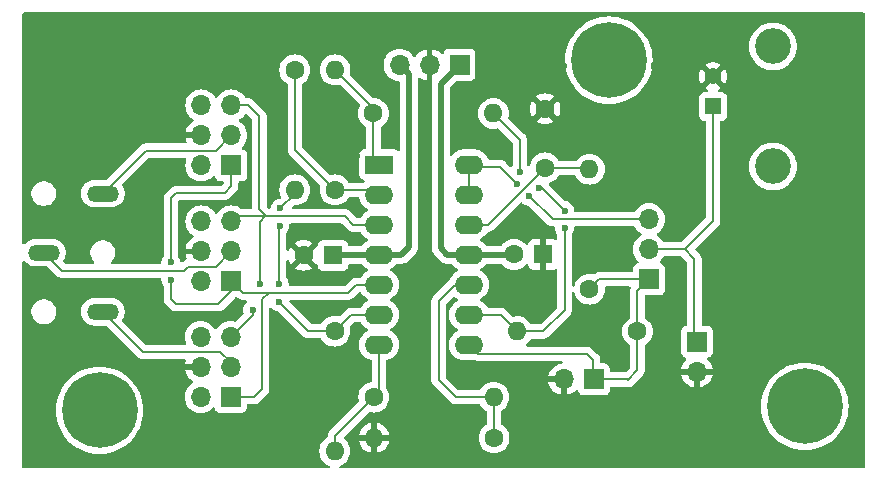
<source format=gbr>
%TF.GenerationSoftware,KiCad,Pcbnew,8.0.2*%
%TF.CreationDate,2024-06-03T18:04:33-06:00*%
%TF.ProjectId,2024_ECG_FinalProject,32303234-5f45-4434-975f-46696e616c50,rev?*%
%TF.SameCoordinates,Original*%
%TF.FileFunction,Copper,L1,Top*%
%TF.FilePolarity,Positive*%
%FSLAX46Y46*%
G04 Gerber Fmt 4.6, Leading zero omitted, Abs format (unit mm)*
G04 Created by KiCad (PCBNEW 8.0.2) date 2024-06-03 18:04:33*
%MOMM*%
%LPD*%
G01*
G04 APERTURE LIST*
%TA.AperFunction,ComponentPad*%
%ADD10R,1.700000X1.700000*%
%TD*%
%TA.AperFunction,ComponentPad*%
%ADD11O,1.700000X1.700000*%
%TD*%
%TA.AperFunction,ComponentPad*%
%ADD12C,6.400000*%
%TD*%
%TA.AperFunction,ComponentPad*%
%ADD13R,1.398000X1.398000*%
%TD*%
%TA.AperFunction,ComponentPad*%
%ADD14C,1.398000*%
%TD*%
%TA.AperFunction,ComponentPad*%
%ADD15C,3.015000*%
%TD*%
%TA.AperFunction,ComponentPad*%
%ADD16R,2.400000X1.600000*%
%TD*%
%TA.AperFunction,ComponentPad*%
%ADD17O,2.400000X1.600000*%
%TD*%
%TA.AperFunction,ComponentPad*%
%ADD18C,1.600000*%
%TD*%
%TA.AperFunction,ComponentPad*%
%ADD19O,1.600000X1.600000*%
%TD*%
%TA.AperFunction,ComponentPad*%
%ADD20R,1.600000X1.600000*%
%TD*%
%TA.AperFunction,ComponentPad*%
%ADD21O,2.700000X1.350000*%
%TD*%
%TA.AperFunction,ViaPad*%
%ADD22C,0.600000*%
%TD*%
%TA.AperFunction,Conductor*%
%ADD23C,0.508000*%
%TD*%
%TA.AperFunction,Conductor*%
%ADD24C,0.203200*%
%TD*%
G04 APERTURE END LIST*
D10*
%TO.P,J8,1,Pin_1*%
%TO.N,/Vout*%
X134955200Y-86029800D03*
D11*
%TO.P,J8,2,Pin_2*%
%TO.N,GND*%
X132415200Y-86029800D03*
%TD*%
D12*
%TO.P,H3,1*%
%TO.N,N/C*%
X93091000Y-88646000D03*
%TD*%
D13*
%TO.P,J6,1,1*%
%TO.N,Net-(J1-Pin_2)*%
X145032500Y-62915800D03*
D14*
%TO.P,J6,2,2*%
%TO.N,GND*%
X145032500Y-60375800D03*
D15*
%TO.P,J6,P1,SHIELD*%
%TO.N,unconnected-(J6-SHIELD-PadP1)*%
X150112500Y-57835800D03*
%TO.P,J6,P2,SHIELD__1*%
%TO.N,unconnected-(J6-SHIELD__1-PadP2)*%
X150112500Y-67995800D03*
%TD*%
D10*
%TO.P,J5,1,Pin_1*%
%TO.N,/LeadP*%
X104195800Y-87513400D03*
D11*
%TO.P,J5,2,Pin_2*%
%TO.N,unconnected-(J5-Pin_2-Pad2)*%
X101655800Y-87513400D03*
%TO.P,J5,3,Pin_3*%
%TO.N,/Lead1*%
X104195800Y-84973400D03*
%TO.P,J5,4,Pin_4*%
%TO.N,GND*%
X101655800Y-84973400D03*
%TO.P,J5,5,Pin_5*%
%TO.N,/LeadN*%
X104195800Y-82433400D03*
%TO.P,J5,6,Pin_6*%
%TO.N,unconnected-(J5-Pin_6-Pad6)*%
X101655800Y-82433400D03*
%TD*%
D16*
%TO.P,U1,1*%
%TO.N,Net-(R2-Pad1)*%
X116763800Y-67843400D03*
D17*
%TO.P,U1,2,-*%
%TO.N,Net-(U1A--)*%
X116763800Y-70383400D03*
%TO.P,U1,3,+*%
%TO.N,/LeadN*%
X116763800Y-72923400D03*
%TO.P,U1,4,V+*%
%TO.N,+15V*%
X116763800Y-75463400D03*
%TO.P,U1,5,+*%
%TO.N,/LeadP*%
X116763800Y-78003400D03*
%TO.P,U1,6,-*%
%TO.N,Net-(U1B--)*%
X116763800Y-80543400D03*
%TO.P,U1,7*%
%TO.N,Net-(R3-Pad1)*%
X116763800Y-83083400D03*
%TO.P,U1,8*%
%TO.N,/Vout*%
X124383800Y-83083400D03*
%TO.P,U1,9,-*%
%TO.N,Net-(U1C--)*%
X124383800Y-80543400D03*
%TO.P,U1,10,+*%
%TO.N,Net-(U1C-+)*%
X124383800Y-78003400D03*
%TO.P,U1,11,V-*%
%TO.N,-15V*%
X124383800Y-75463400D03*
%TO.P,U1,12,+*%
%TO.N,Net-(U1D-+)*%
X124383800Y-72923400D03*
%TO.P,U1,13,-*%
%TO.N,Net-(J1-Pin_3)*%
X124383800Y-70383400D03*
%TO.P,U1,14*%
X124383800Y-67843400D03*
%TD*%
D18*
%TO.P,R2,1*%
%TO.N,Net-(R2-Pad1)*%
X116281200Y-63500000D03*
D19*
%TO.P,R2,2*%
%TO.N,Net-(U1C--)*%
X126441200Y-63500000D03*
%TD*%
D10*
%TO.P,J1,1,Pin_1*%
%TO.N,/Vout*%
X139623800Y-77546200D03*
D11*
%TO.P,J1,2,Pin_2*%
%TO.N,Net-(J1-Pin_2)*%
X139623800Y-75006200D03*
%TO.P,J1,3,Pin_3*%
%TO.N,Net-(J1-Pin_3)*%
X139623800Y-72466200D03*
%TD*%
D12*
%TO.P,H1,1*%
%TO.N,N/C*%
X152806400Y-88315800D03*
%TD*%
D10*
%TO.P,J7,1,Pin_1*%
%TO.N,-15V*%
X123571000Y-59385200D03*
D11*
%TO.P,J7,2,Pin_2*%
%TO.N,GND*%
X121031000Y-59385200D03*
%TO.P,J7,3,Pin_3*%
%TO.N,+15V*%
X118491000Y-59385200D03*
%TD*%
D10*
%TO.P,J2,1,Pin_1*%
%TO.N,Net-(J1-Pin_2)*%
X143662400Y-82824400D03*
D11*
%TO.P,J2,2,Pin_2*%
%TO.N,GND*%
X143662400Y-85364400D03*
%TD*%
D20*
%TO.P,C3,1*%
%TO.N,GND*%
X130668913Y-75438000D03*
D18*
%TO.P,C3,2*%
%TO.N,-15V*%
X128168913Y-75438000D03*
%TD*%
D21*
%TO.P,J9,R*%
%TO.N,/Lead2*%
X93370400Y-70289400D03*
%TO.P,J9,S*%
%TO.N,/Lead3*%
X88370400Y-75289400D03*
%TO.P,J9,T*%
%TO.N,/Lead1*%
X93370400Y-80289400D03*
%TD*%
D18*
%TO.P,C1,1*%
%TO.N,Net-(U1D-+)*%
X130810000Y-68119000D03*
%TO.P,C1,2*%
%TO.N,GND*%
X130810000Y-63119000D03*
%TD*%
%TO.P,R5,1*%
%TO.N,Net-(U1B--)*%
X113004600Y-81940400D03*
D19*
%TO.P,R5,2*%
%TO.N,Net-(R3-Pad1)*%
X113004600Y-92100400D03*
%TD*%
D18*
%TO.P,R1,1*%
%TO.N,Net-(U1A--)*%
X109626400Y-59817000D03*
D19*
%TO.P,R1,2*%
%TO.N,Net-(U1B--)*%
X109626400Y-69977000D03*
%TD*%
D20*
%TO.P,C2,1*%
%TO.N,+15V*%
X112863513Y-75514200D03*
D18*
%TO.P,C2,2*%
%TO.N,GND*%
X110363513Y-75514200D03*
%TD*%
%TO.P,R6,1*%
%TO.N,Net-(U1C-+)*%
X126492000Y-90982800D03*
D19*
%TO.P,R6,2*%
%TO.N,GND*%
X116332000Y-90982800D03*
%TD*%
D10*
%TO.P,J3,1,Pin_1*%
%TO.N,/LeadP*%
X104246600Y-77734400D03*
D11*
%TO.P,J3,2,Pin_2*%
%TO.N,unconnected-(J3-Pin_2-Pad2)*%
X101706600Y-77734400D03*
%TO.P,J3,3,Pin_3*%
%TO.N,/Lead3*%
X104246600Y-75194400D03*
%TO.P,J3,4,Pin_4*%
%TO.N,GND*%
X101706600Y-75194400D03*
%TO.P,J3,5,Pin_5*%
%TO.N,/LeadN*%
X104246600Y-72654400D03*
%TO.P,J3,6,Pin_6*%
%TO.N,unconnected-(J3-Pin_6-Pad6)*%
X101706600Y-72654400D03*
%TD*%
D10*
%TO.P,J4,1,Pin_1*%
%TO.N,/LeadP*%
X104246600Y-67904600D03*
D11*
%TO.P,J4,2,Pin_2*%
%TO.N,unconnected-(J4-Pin_2-Pad2)*%
X101706600Y-67904600D03*
%TO.P,J4,3,Pin_3*%
%TO.N,/Lead2*%
X104246600Y-65364600D03*
%TO.P,J4,4,Pin_4*%
%TO.N,GND*%
X101706600Y-65364600D03*
%TO.P,J4,5,Pin_5*%
%TO.N,/LeadN*%
X104246600Y-62824600D03*
%TO.P,J4,6,Pin_6*%
%TO.N,unconnected-(J4-Pin_6-Pad6)*%
X101706600Y-62824600D03*
%TD*%
D18*
%TO.P,R4,1*%
%TO.N,Net-(U1A--)*%
X113030000Y-69977000D03*
D19*
%TO.P,R4,2*%
%TO.N,Net-(R2-Pad1)*%
X113030000Y-59817000D03*
%TD*%
D18*
%TO.P,R8,1*%
%TO.N,/Vout*%
X134569200Y-78384400D03*
D19*
%TO.P,R8,2*%
%TO.N,Net-(U1D-+)*%
X134569200Y-68224400D03*
%TD*%
D12*
%TO.P,H2,1*%
%TO.N,N/C*%
X136220200Y-59004200D03*
%TD*%
D18*
%TO.P,R7,1*%
%TO.N,/Vout*%
X138633200Y-81965800D03*
D19*
%TO.P,R7,2*%
%TO.N,Net-(U1C--)*%
X128473200Y-81965800D03*
%TD*%
D18*
%TO.P,R3,1*%
%TO.N,Net-(R3-Pad1)*%
X116306600Y-87528400D03*
D19*
%TO.P,R3,2*%
%TO.N,Net-(U1C-+)*%
X126466600Y-87528400D03*
%TD*%
D22*
%TO.N,GND*%
X147635400Y-74752600D03*
X94284800Y-62509400D03*
X137475400Y-87452600D03*
X119695400Y-89992600D03*
X155255400Y-59512600D03*
X134935400Y-92532600D03*
X94295400Y-56972600D03*
X114615400Y-56972600D03*
X132395400Y-89992600D03*
X124764800Y-92938600D03*
X112075400Y-84912600D03*
X114858800Y-67132200D03*
X140015400Y-59512600D03*
X114615400Y-92532600D03*
X101915400Y-59512600D03*
X127315400Y-84912600D03*
X147635400Y-67132600D03*
X109535400Y-87452600D03*
X137475400Y-89992600D03*
X127315400Y-56972600D03*
X129855400Y-92532600D03*
X145095400Y-92532600D03*
X106995400Y-59512600D03*
X89215400Y-72212600D03*
X106995400Y-89992600D03*
X94295400Y-67132600D03*
X112075400Y-87452600D03*
X147635400Y-87452600D03*
X129855400Y-84912600D03*
X130098800Y-77165200D03*
X125145800Y-64592200D03*
X132395400Y-56972600D03*
X155255400Y-82372600D03*
X89215400Y-87452600D03*
X137475400Y-74752600D03*
X96835400Y-92532600D03*
X150175400Y-79832600D03*
X89281000Y-60045600D03*
X94295400Y-84912600D03*
X91755400Y-82372600D03*
X106995400Y-92532600D03*
X129855400Y-59512600D03*
X145095400Y-89992600D03*
X140015400Y-56972600D03*
X89204800Y-62509400D03*
X155255400Y-67132600D03*
X142443200Y-71094600D03*
X91755400Y-60045600D03*
X129855400Y-89992600D03*
X145095400Y-74752600D03*
X91755400Y-64592600D03*
X89215400Y-84912600D03*
X104455400Y-59512600D03*
X129855400Y-87452600D03*
X137475400Y-79832600D03*
X140015400Y-67132600D03*
X112075400Y-67132600D03*
X109535400Y-56972600D03*
X155255400Y-74752600D03*
X109535400Y-89992600D03*
X104455400Y-92532600D03*
X132689600Y-64592200D03*
X155255400Y-62052600D03*
X152715400Y-79832600D03*
X152715400Y-72212600D03*
X112075400Y-79832600D03*
X97332800Y-59918600D03*
X152715400Y-92532600D03*
X124775400Y-84607400D03*
X119695400Y-82372600D03*
X147675600Y-84404200D03*
X140015400Y-87452600D03*
X140015400Y-89992600D03*
X152715400Y-82372600D03*
X114858800Y-64592200D03*
X96835400Y-89992600D03*
X145095400Y-79832600D03*
X147635400Y-56972600D03*
X152704800Y-84378800D03*
X112075400Y-62052600D03*
X155255400Y-69672600D03*
X127315400Y-59512600D03*
X129855400Y-56972600D03*
X155255400Y-92532600D03*
X96824800Y-62509400D03*
X142555400Y-89992600D03*
X96835400Y-64592600D03*
X106995400Y-56972600D03*
X89281000Y-57607200D03*
X140015400Y-79832600D03*
X155255400Y-77292600D03*
X99375400Y-87452600D03*
X145095400Y-56972600D03*
X140015400Y-69672600D03*
X109535400Y-84912600D03*
X150175400Y-92532600D03*
X119695400Y-79832600D03*
X99375400Y-62052600D03*
X145095400Y-87452600D03*
X150175400Y-74752600D03*
X137475400Y-69672600D03*
X137475400Y-64592600D03*
X96835400Y-87452600D03*
X145095400Y-77292600D03*
X122235400Y-89992600D03*
X152715400Y-62052600D03*
X147635400Y-69672600D03*
X99375400Y-64592600D03*
X112075400Y-56972600D03*
X96367600Y-84912200D03*
X152715400Y-69672600D03*
X155255400Y-64592600D03*
X91755400Y-67132600D03*
X94564200Y-59994800D03*
X97485200Y-57531000D03*
X94295400Y-92532600D03*
X155255400Y-79832600D03*
X125196600Y-89916000D03*
X155255400Y-72212600D03*
X112141000Y-89738200D03*
X132395400Y-62052600D03*
X137475400Y-67132600D03*
X109535400Y-92532600D03*
X147635400Y-92532600D03*
X104455400Y-89992600D03*
X132395400Y-59512600D03*
X137475400Y-92532600D03*
X99847400Y-57454800D03*
X155255400Y-84912600D03*
X147635400Y-81737200D03*
X132689600Y-67132200D03*
X96443800Y-69748400D03*
X119684800Y-92938600D03*
X122224800Y-92938600D03*
X96367600Y-74752600D03*
X147635400Y-62052600D03*
X132395400Y-92532600D03*
X134935400Y-64592600D03*
X96316800Y-79832600D03*
X142555400Y-87452600D03*
X119695400Y-77292600D03*
X150175400Y-81737200D03*
X114884200Y-84912200D03*
X99375400Y-92532600D03*
X91755400Y-84912600D03*
X119710200Y-84505800D03*
X155255400Y-56972600D03*
X112075400Y-64592600D03*
X147635400Y-72212600D03*
X150175400Y-84912600D03*
X94295400Y-64592600D03*
X134935400Y-89992600D03*
X89215400Y-92532600D03*
X150175400Y-64592600D03*
X99375400Y-82372600D03*
X142555400Y-79832600D03*
X140015400Y-92532600D03*
X91755400Y-56972600D03*
X134935400Y-74752600D03*
X94295400Y-72212600D03*
X91744800Y-62509400D03*
X150175400Y-77292600D03*
X107010200Y-61468000D03*
X91755400Y-92532600D03*
X152715400Y-67132600D03*
X124714000Y-61620400D03*
X152715400Y-64592600D03*
X152715400Y-77292600D03*
X89215400Y-82372600D03*
X147635400Y-77292600D03*
X112075400Y-77292600D03*
X134935400Y-82372600D03*
X89215400Y-64592600D03*
X127000000Y-77546200D03*
X150175400Y-72212600D03*
X147635400Y-64592600D03*
X140015400Y-62052600D03*
X129855400Y-79832600D03*
X101915400Y-92532600D03*
X152715400Y-56972600D03*
X89215400Y-89992600D03*
X142468600Y-76530200D03*
X89215400Y-67132600D03*
X152715400Y-74752600D03*
X147635400Y-89992600D03*
X91755400Y-74752600D03*
X132395400Y-82372600D03*
X99375400Y-89992600D03*
X132395400Y-69672600D03*
X101915400Y-89992600D03*
X119695400Y-87452600D03*
X150175400Y-62052600D03*
X96342200Y-72263000D03*
X140015400Y-84912600D03*
X140015400Y-64592600D03*
X101915400Y-57429400D03*
X147635400Y-79832600D03*
X147635400Y-59512600D03*
X104455400Y-56972600D03*
X142555400Y-92532600D03*
X114615400Y-82372600D03*
X152715400Y-59512600D03*
X99415600Y-59969400D03*
X91755400Y-72212600D03*
%TO.N,Net-(U1B--)*%
X108381800Y-71551800D03*
X108356400Y-73025000D03*
X108305600Y-79476600D03*
X108305600Y-77952600D03*
%TO.N,Net-(U1C--)*%
X130302000Y-69799200D03*
X132461000Y-71729600D03*
X132461000Y-73228200D03*
X128676400Y-68503800D03*
%TO.N,/LeadP*%
X99136200Y-77571600D03*
X99136200Y-76123800D03*
%TO.N,/LeadN*%
X106045000Y-80137000D03*
X106654600Y-77978000D03*
%TO.N,Net-(J1-Pin_3)*%
X128397000Y-69443600D03*
X129489200Y-70510400D03*
%TD*%
D23*
%TO.N,+15V*%
X119278400Y-60172600D02*
X118491000Y-59385200D01*
X112914313Y-75463400D02*
X112863513Y-75514200D01*
X116763800Y-75463400D02*
X118643400Y-75463400D01*
X119278400Y-74828400D02*
X119278400Y-60172600D01*
X116763800Y-75463400D02*
X112914313Y-75463400D01*
X118643400Y-75463400D02*
X119278400Y-74828400D01*
%TO.N,-15V*%
X124383800Y-75463400D02*
X128143513Y-75463400D01*
X124383800Y-75463400D02*
X122529600Y-75463400D01*
X122529600Y-75463400D02*
X121970800Y-74904600D01*
X121970800Y-60985400D02*
X123571000Y-59385200D01*
X121970800Y-74904600D02*
X121970800Y-60985400D01*
X128143513Y-75463400D02*
X128168913Y-75438000D01*
D24*
%TO.N,Net-(U1A--)*%
X113030000Y-69977000D02*
X116357400Y-69977000D01*
X109626400Y-59817000D02*
X109626400Y-66573400D01*
X116357400Y-69977000D02*
X116763800Y-70383400D01*
X109626400Y-66573400D02*
X113030000Y-69977000D01*
%TO.N,Net-(U1B--)*%
X108305600Y-77952600D02*
X108305600Y-73075800D01*
X110769400Y-81940400D02*
X108305600Y-79476600D01*
X113004600Y-81940400D02*
X110769400Y-81940400D01*
X114401600Y-80543400D02*
X116763800Y-80543400D01*
X108381800Y-71551800D02*
X109626400Y-70307200D01*
X109626400Y-70307200D02*
X109626400Y-69977000D01*
X113004600Y-81940400D02*
X114401600Y-80543400D01*
X108305600Y-73075800D02*
X108356400Y-73025000D01*
%TO.N,Net-(R2-Pad1)*%
X116281200Y-63500000D02*
X116281200Y-67360800D01*
X116281200Y-67360800D02*
X116763800Y-67843400D01*
X116281200Y-63068200D02*
X116281200Y-63500000D01*
X113030000Y-59817000D02*
X116281200Y-63068200D01*
%TO.N,Net-(U1C--)*%
X124383800Y-80543400D02*
X127050800Y-80543400D01*
X130657600Y-81965800D02*
X132461000Y-80162400D01*
X128676400Y-65735200D02*
X126441200Y-63500000D01*
X132461000Y-71729600D02*
X130530600Y-69799200D01*
X130530600Y-69799200D02*
X130302000Y-69799200D01*
X127050800Y-80543400D02*
X128473200Y-81965800D01*
X128676400Y-68503800D02*
X128676400Y-65735200D01*
X128473200Y-81965800D02*
X130657600Y-81965800D01*
X132461000Y-80162400D02*
X132461000Y-73228200D01*
%TO.N,Net-(R3-Pad1)*%
X116763800Y-83083400D02*
X116763800Y-87071200D01*
X116763800Y-87071200D02*
X116306600Y-87528400D01*
X113004600Y-92100400D02*
X113004600Y-90830400D01*
X113004600Y-90830400D02*
X116306600Y-87528400D01*
%TO.N,Net-(U1C-+)*%
X121793000Y-79400400D02*
X123190000Y-78003400D01*
X126492000Y-90982800D02*
X126492000Y-87553800D01*
X126466600Y-87528400D02*
X123240800Y-87528400D01*
X123190000Y-78003400D02*
X124383800Y-78003400D01*
X126492000Y-87553800D02*
X126466600Y-87528400D01*
X123240800Y-87528400D02*
X121793000Y-86080600D01*
X121793000Y-86080600D02*
X121793000Y-79400400D01*
%TO.N,Net-(U1D-+)*%
X134569200Y-68224400D02*
X134463800Y-68119000D01*
X124383800Y-72923400D02*
X126005600Y-72923400D01*
X126005600Y-72923400D02*
X130810000Y-68119000D01*
X134463800Y-68119000D02*
X130810000Y-68119000D01*
%TO.N,/Vout*%
X138633200Y-78536800D02*
X139623800Y-77546200D01*
X138633200Y-81965800D02*
X138633200Y-78536800D01*
X138633200Y-81965800D02*
X138633200Y-85267800D01*
X139623800Y-77546200D02*
X135407400Y-77546200D01*
X134366000Y-83845400D02*
X134874000Y-84353400D01*
X137820400Y-86080600D02*
X137769600Y-86029800D01*
X134874000Y-84353400D02*
X134874000Y-85948600D01*
X125145800Y-83845400D02*
X134366000Y-83845400D01*
X138633200Y-85267800D02*
X137820400Y-86080600D01*
X137769600Y-86029800D02*
X134955200Y-86029800D01*
X134874000Y-85948600D02*
X134955200Y-86029800D01*
X135407400Y-77546200D02*
X134569200Y-78384400D01*
X124383800Y-83083400D02*
X125145800Y-83845400D01*
%TO.N,/Lead2*%
X102961600Y-66649600D02*
X104246600Y-65364600D01*
X97010200Y-66649600D02*
X102961600Y-66649600D01*
X93370400Y-70289400D02*
X97010200Y-66649600D01*
%TO.N,/Lead1*%
X93370400Y-80289400D02*
X96799400Y-83718400D01*
X104195800Y-84587000D02*
X104195800Y-84973400D01*
X103327200Y-83718400D02*
X104195800Y-84587000D01*
X96799400Y-83718400D02*
X103327200Y-83718400D01*
%TO.N,/LeadP*%
X99568000Y-79654400D02*
X103149400Y-79654400D01*
X116763800Y-78003400D02*
X114833400Y-78003400D01*
X114147600Y-78689200D02*
X107416600Y-78689200D01*
X99593400Y-70231000D02*
X99542600Y-70281800D01*
X104246600Y-69667200D02*
X103682800Y-70231000D01*
X103149400Y-79654400D02*
X104246600Y-78557200D01*
X103682800Y-70231000D02*
X99593400Y-70231000D01*
X99136200Y-79222600D02*
X99568000Y-79654400D01*
X104246600Y-67904600D02*
X104246600Y-69667200D01*
X99136200Y-75819000D02*
X99136200Y-76123800D01*
X107416600Y-78689200D02*
X105201400Y-78689200D01*
X104195800Y-87513400D02*
X106187000Y-87513400D01*
X99542600Y-70281800D02*
X99136200Y-70688200D01*
X104246600Y-78557200D02*
X104246600Y-77734400D01*
X106187000Y-87513400D02*
X106857800Y-86842600D01*
X106857800Y-86842600D02*
X106857800Y-79248000D01*
X105201400Y-78689200D02*
X104246600Y-77734400D01*
X106857800Y-79248000D02*
X107416600Y-78689200D01*
X99136200Y-70688200D02*
X99136200Y-75819000D01*
X114833400Y-78003400D02*
X114147600Y-78689200D01*
X99136200Y-77571600D02*
X99136200Y-79222600D01*
%TO.N,/LeadN*%
X106629200Y-71628000D02*
X107213400Y-72212200D01*
X105699800Y-62824600D02*
X106629200Y-63754000D01*
X106654600Y-77978000D02*
X106654600Y-72694800D01*
X104688800Y-72212200D02*
X104246600Y-72654400D01*
X106629200Y-63754000D02*
X106629200Y-71628000D01*
X107213400Y-72212200D02*
X107137200Y-72212200D01*
X104195800Y-82433400D02*
X106045000Y-80584200D01*
X113842800Y-72212200D02*
X107213400Y-72212200D01*
X106654600Y-72694800D02*
X107137200Y-72212200D01*
X114554000Y-72923400D02*
X113842800Y-72212200D01*
X107137200Y-72212200D02*
X104688800Y-72212200D01*
X104246600Y-62824600D02*
X105699800Y-62824600D01*
X116763800Y-72923400D02*
X114554000Y-72923400D01*
X106045000Y-80584200D02*
X106045000Y-80137000D01*
%TO.N,/Lead3*%
X100584000Y-76479400D02*
X102961600Y-76479400D01*
X100228400Y-76835000D02*
X100584000Y-76479400D01*
X89916000Y-76835000D02*
X100228400Y-76835000D01*
X88370400Y-75289400D02*
X89916000Y-76835000D01*
X102961600Y-76479400D02*
X104246600Y-75194400D01*
%TO.N,Net-(J1-Pin_2)*%
X143459200Y-75844400D02*
X143459200Y-82621200D01*
X142621000Y-75006200D02*
X145032500Y-72594700D01*
X143459200Y-82621200D02*
X143662400Y-82824400D01*
X142621000Y-75006200D02*
X143459200Y-75844400D01*
X139623800Y-75006200D02*
X142621000Y-75006200D01*
X145032500Y-72594700D02*
X145032500Y-62915800D01*
%TO.N,Net-(J1-Pin_3)*%
X124561600Y-68021200D02*
X124383800Y-67843400D01*
X128397000Y-69443600D02*
X127000000Y-68046600D01*
X139623800Y-72466200D02*
X131445000Y-72466200D01*
X124383800Y-70383400D02*
X124383800Y-67843400D01*
X127000000Y-68021200D02*
X124561600Y-68021200D01*
X127000000Y-68046600D02*
X127000000Y-68021200D01*
X131445000Y-72466200D02*
X129489200Y-70510400D01*
%TD*%
%TA.AperFunction,Conductor*%
%TO.N,GND*%
G36*
X86760903Y-76008536D02*
G01*
X86780015Y-76029360D01*
X86798779Y-76055187D01*
X86929613Y-76186021D01*
X87079304Y-76294778D01*
X87110386Y-76310615D01*
X87244164Y-76378779D01*
X87244167Y-76378780D01*
X87283590Y-76391589D01*
X87420136Y-76435955D01*
X87602886Y-76464900D01*
X88643040Y-76464900D01*
X88710079Y-76484585D01*
X88730721Y-76501219D01*
X89546302Y-77316800D01*
X89683598Y-77396067D01*
X89836732Y-77437100D01*
X89995268Y-77437100D01*
X98207034Y-77437100D01*
X98274073Y-77456785D01*
X98319828Y-77509589D01*
X98328601Y-77564637D01*
X98330635Y-77564637D01*
X98330635Y-77571603D01*
X98350830Y-77750849D01*
X98350831Y-77750854D01*
X98410411Y-77921123D01*
X98445511Y-77976983D01*
X98506384Y-78073862D01*
X98506391Y-78073869D01*
X98507041Y-78074684D01*
X98507301Y-78075321D01*
X98510089Y-78079758D01*
X98509312Y-78080246D01*
X98533454Y-78139369D01*
X98534100Y-78152005D01*
X98534100Y-79301868D01*
X98558460Y-79392779D01*
X98575133Y-79455003D01*
X98575136Y-79455008D01*
X98635926Y-79560301D01*
X98635927Y-79560301D01*
X98654400Y-79592298D01*
X99198302Y-80136200D01*
X99335598Y-80215467D01*
X99488732Y-80256500D01*
X99488734Y-80256500D01*
X103228666Y-80256500D01*
X103228668Y-80256500D01*
X103381802Y-80215467D01*
X103519098Y-80136200D01*
X103631200Y-80024098D01*
X104534079Y-79121217D01*
X104595402Y-79087733D01*
X104621760Y-79084899D01*
X104694239Y-79084899D01*
X104761278Y-79104584D01*
X104781920Y-79121218D01*
X104831702Y-79171000D01*
X104968998Y-79250267D01*
X105122132Y-79291300D01*
X105280668Y-79291300D01*
X105459260Y-79291300D01*
X105526299Y-79310985D01*
X105572054Y-79363789D01*
X105581998Y-79432947D01*
X105552973Y-79496503D01*
X105546941Y-79502981D01*
X105415184Y-79634737D01*
X105319211Y-79787476D01*
X105259631Y-79957745D01*
X105259630Y-79957750D01*
X105239435Y-80136996D01*
X105239435Y-80137003D01*
X105259630Y-80316246D01*
X105259632Y-80316257D01*
X105286211Y-80392213D01*
X105289773Y-80461992D01*
X105256851Y-80520849D01*
X104677545Y-81100155D01*
X104616222Y-81133640D01*
X104557771Y-81132249D01*
X104431213Y-81098338D01*
X104431203Y-81098336D01*
X104195801Y-81077741D01*
X104195799Y-81077741D01*
X103960396Y-81098336D01*
X103960386Y-81098338D01*
X103732144Y-81159494D01*
X103732135Y-81159498D01*
X103517971Y-81259364D01*
X103517969Y-81259365D01*
X103324397Y-81394905D01*
X103157305Y-81561997D01*
X103027375Y-81747558D01*
X102972798Y-81791183D01*
X102903300Y-81798377D01*
X102840945Y-81766854D01*
X102824225Y-81747558D01*
X102694294Y-81561997D01*
X102527202Y-81394906D01*
X102527195Y-81394901D01*
X102333634Y-81259367D01*
X102333630Y-81259365D01*
X102259962Y-81225013D01*
X102119463Y-81159497D01*
X102119459Y-81159496D01*
X102119455Y-81159494D01*
X101891213Y-81098338D01*
X101891203Y-81098336D01*
X101655801Y-81077741D01*
X101655799Y-81077741D01*
X101420396Y-81098336D01*
X101420386Y-81098338D01*
X101192144Y-81159494D01*
X101192135Y-81159498D01*
X100977971Y-81259364D01*
X100977969Y-81259365D01*
X100784397Y-81394905D01*
X100617305Y-81561997D01*
X100481765Y-81755569D01*
X100481764Y-81755571D01*
X100381898Y-81969735D01*
X100381894Y-81969744D01*
X100320738Y-82197986D01*
X100320736Y-82197996D01*
X100300141Y-82433399D01*
X100300141Y-82433400D01*
X100320736Y-82668803D01*
X100320738Y-82668813D01*
X100381894Y-82897055D01*
X100381896Y-82897059D01*
X100381897Y-82897063D01*
X100385800Y-82905432D01*
X100401870Y-82939895D01*
X100412362Y-83008973D01*
X100383842Y-83072757D01*
X100325365Y-83110996D01*
X100289488Y-83116300D01*
X97100160Y-83116300D01*
X97033121Y-83096615D01*
X97012479Y-83079981D01*
X95036123Y-81103625D01*
X95002638Y-81042302D01*
X95007622Y-80972610D01*
X95023487Y-80943058D01*
X95025452Y-80940353D01*
X95050778Y-80905496D01*
X95134779Y-80740635D01*
X95191955Y-80564664D01*
X95220900Y-80381914D01*
X95220900Y-80196886D01*
X95191955Y-80014136D01*
X95146290Y-79873593D01*
X95134780Y-79838167D01*
X95134779Y-79838164D01*
X95062434Y-79696180D01*
X95050778Y-79673304D01*
X94942021Y-79523613D01*
X94811187Y-79392779D01*
X94661496Y-79284022D01*
X94630228Y-79268090D01*
X94496635Y-79200020D01*
X94496632Y-79200019D01*
X94320665Y-79142845D01*
X94229289Y-79128372D01*
X94137914Y-79113900D01*
X92602886Y-79113900D01*
X92541969Y-79123548D01*
X92420134Y-79142845D01*
X92244167Y-79200019D01*
X92244164Y-79200020D01*
X92079303Y-79284022D01*
X92007885Y-79335911D01*
X91929613Y-79392779D01*
X91929611Y-79392781D01*
X91929610Y-79392781D01*
X91798781Y-79523610D01*
X91798781Y-79523611D01*
X91798779Y-79523613D01*
X91772124Y-79560301D01*
X91690022Y-79673303D01*
X91606020Y-79838164D01*
X91606019Y-79838167D01*
X91548845Y-80014134D01*
X91548845Y-80014136D01*
X91519900Y-80196886D01*
X91519900Y-80381914D01*
X91521942Y-80394804D01*
X91548845Y-80564665D01*
X91606019Y-80740632D01*
X91606020Y-80740635D01*
X91690018Y-80905488D01*
X91690022Y-80905496D01*
X91798779Y-81055187D01*
X91929613Y-81186021D01*
X92079304Y-81294778D01*
X92126087Y-81318615D01*
X92244164Y-81378779D01*
X92244167Y-81378780D01*
X92319304Y-81403193D01*
X92420136Y-81435955D01*
X92602886Y-81464900D01*
X93643040Y-81464900D01*
X93710079Y-81484585D01*
X93730721Y-81501219D01*
X96317600Y-84088098D01*
X96429702Y-84200200D01*
X96566998Y-84279467D01*
X96720132Y-84320500D01*
X100276051Y-84320500D01*
X100343090Y-84340185D01*
X100388845Y-84392989D01*
X100398789Y-84462147D01*
X100388433Y-84496904D01*
X100382371Y-84509902D01*
X100382367Y-84509913D01*
X100325164Y-84723399D01*
X100325164Y-84723400D01*
X101222788Y-84723400D01*
X101189875Y-84780407D01*
X101155800Y-84907574D01*
X101155800Y-85039226D01*
X101189875Y-85166393D01*
X101222788Y-85223400D01*
X100325164Y-85223400D01*
X100382367Y-85436886D01*
X100382370Y-85436892D01*
X100482199Y-85650978D01*
X100617694Y-85844482D01*
X100784717Y-86011505D01*
X100970395Y-86141519D01*
X101014019Y-86196096D01*
X101021212Y-86265595D01*
X100989690Y-86327949D01*
X100970395Y-86344669D01*
X100784394Y-86474908D01*
X100617305Y-86641997D01*
X100481765Y-86835569D01*
X100481764Y-86835571D01*
X100381898Y-87049735D01*
X100381894Y-87049744D01*
X100320738Y-87277986D01*
X100320736Y-87277996D01*
X100300141Y-87513399D01*
X100300141Y-87513400D01*
X100320736Y-87748803D01*
X100320738Y-87748813D01*
X100381894Y-87977055D01*
X100381896Y-87977059D01*
X100381897Y-87977063D01*
X100451677Y-88126706D01*
X100481765Y-88191230D01*
X100481767Y-88191234D01*
X100528980Y-88258660D01*
X100617305Y-88384801D01*
X100784399Y-88551895D01*
X100881184Y-88619665D01*
X100977965Y-88687432D01*
X100977967Y-88687433D01*
X100977970Y-88687435D01*
X101192137Y-88787303D01*
X101192143Y-88787304D01*
X101192144Y-88787305D01*
X101197444Y-88788725D01*
X101420392Y-88848463D01*
X101596834Y-88863900D01*
X101655799Y-88869059D01*
X101655800Y-88869059D01*
X101655801Y-88869059D01*
X101714766Y-88863900D01*
X101891208Y-88848463D01*
X102119463Y-88787303D01*
X102333630Y-88687435D01*
X102527201Y-88551895D01*
X102649129Y-88429966D01*
X102710448Y-88396484D01*
X102780140Y-88401468D01*
X102836074Y-88443339D01*
X102852989Y-88474317D01*
X102902002Y-88605728D01*
X102902006Y-88605735D01*
X102988252Y-88720944D01*
X102988255Y-88720947D01*
X103103464Y-88807193D01*
X103103471Y-88807197D01*
X103238317Y-88857491D01*
X103238316Y-88857491D01*
X103245244Y-88858235D01*
X103297927Y-88863900D01*
X105093672Y-88863899D01*
X105153283Y-88857491D01*
X105288131Y-88807196D01*
X105403346Y-88720946D01*
X105489596Y-88605731D01*
X105539891Y-88470883D01*
X105546300Y-88411273D01*
X105546300Y-88239500D01*
X105565985Y-88172461D01*
X105618789Y-88126706D01*
X105670300Y-88115500D01*
X106266266Y-88115500D01*
X106266268Y-88115500D01*
X106419402Y-88074467D01*
X106556698Y-87995200D01*
X106668800Y-87883098D01*
X107339600Y-87212298D01*
X107418867Y-87075002D01*
X107459900Y-86921868D01*
X107459900Y-86763332D01*
X107459900Y-80062340D01*
X107479585Y-79995301D01*
X107532389Y-79949546D01*
X107601547Y-79939602D01*
X107665103Y-79968627D01*
X107671581Y-79974659D01*
X107675784Y-79978862D01*
X107803338Y-80106416D01*
X107850736Y-80136198D01*
X107929891Y-80185935D01*
X107956078Y-80202389D01*
X108068331Y-80241668D01*
X108126345Y-80261968D01*
X108126350Y-80261969D01*
X108210716Y-80271474D01*
X108275130Y-80298540D01*
X108284515Y-80307013D01*
X110287600Y-82310098D01*
X110399702Y-82422200D01*
X110536998Y-82501467D01*
X110690132Y-82542500D01*
X111774028Y-82542500D01*
X111841067Y-82562185D01*
X111875603Y-82595377D01*
X112004554Y-82779541D01*
X112165458Y-82940445D01*
X112165461Y-82940447D01*
X112351866Y-83070968D01*
X112558104Y-83167139D01*
X112777908Y-83226035D01*
X112932602Y-83239569D01*
X113004598Y-83245868D01*
X113004600Y-83245868D01*
X113004602Y-83245868D01*
X113061273Y-83240909D01*
X113231292Y-83226035D01*
X113451096Y-83167139D01*
X113657334Y-83070968D01*
X113843739Y-82940447D01*
X114004647Y-82779539D01*
X114135168Y-82593134D01*
X114231339Y-82386896D01*
X114290235Y-82167092D01*
X114310068Y-81940400D01*
X114308854Y-81926529D01*
X114303639Y-81866916D01*
X114290235Y-81713708D01*
X114264925Y-81619251D01*
X114266588Y-81549402D01*
X114297015Y-81499481D01*
X114614681Y-81181816D01*
X114676002Y-81148334D01*
X114702360Y-81145500D01*
X115135014Y-81145500D01*
X115202053Y-81165185D01*
X115245497Y-81213204D01*
X115251513Y-81225010D01*
X115363232Y-81378779D01*
X115371834Y-81390619D01*
X115516586Y-81535371D01*
X115671549Y-81647956D01*
X115682190Y-81655687D01*
X115773640Y-81702283D01*
X115774880Y-81702915D01*
X115825676Y-81750890D01*
X115842471Y-81818711D01*
X115819934Y-81884846D01*
X115774880Y-81923885D01*
X115682186Y-81971115D01*
X115516586Y-82091428D01*
X115371828Y-82236186D01*
X115251515Y-82401786D01*
X115158581Y-82584176D01*
X115095322Y-82778865D01*
X115063300Y-82981048D01*
X115063300Y-83185751D01*
X115095322Y-83387934D01*
X115158581Y-83582623D01*
X115208657Y-83680900D01*
X115229742Y-83722283D01*
X115251515Y-83765013D01*
X115371828Y-83930613D01*
X115516586Y-84075371D01*
X115653579Y-84174900D01*
X115682190Y-84195687D01*
X115769650Y-84240250D01*
X115864576Y-84288618D01*
X115864578Y-84288618D01*
X115864581Y-84288620D01*
X115962698Y-84320500D01*
X116059265Y-84351877D01*
X116063994Y-84353012D01*
X116063606Y-84354626D01*
X116120206Y-84381439D01*
X116157154Y-84440740D01*
X116161700Y-84474006D01*
X116161700Y-86125700D01*
X116142015Y-86192739D01*
X116089211Y-86238494D01*
X116069793Y-86245475D01*
X115860111Y-86301658D01*
X115860102Y-86301661D01*
X115653867Y-86397831D01*
X115653865Y-86397832D01*
X115467458Y-86528354D01*
X115306554Y-86689258D01*
X115176032Y-86875665D01*
X115176031Y-86875667D01*
X115079861Y-87081902D01*
X115079858Y-87081911D01*
X115020966Y-87301702D01*
X115020964Y-87301713D01*
X115001132Y-87528398D01*
X115001132Y-87528401D01*
X115020964Y-87755086D01*
X115020965Y-87755094D01*
X115046274Y-87849545D01*
X115044611Y-87919395D01*
X115014180Y-87969320D01*
X112634902Y-90348600D01*
X112522801Y-90460700D01*
X112522799Y-90460703D01*
X112443533Y-90597997D01*
X112443533Y-90597998D01*
X112407413Y-90732799D01*
X112402500Y-90751133D01*
X112402500Y-90869827D01*
X112382815Y-90936866D01*
X112349623Y-90971402D01*
X112165458Y-91100354D01*
X112004554Y-91261258D01*
X111874032Y-91447665D01*
X111874031Y-91447667D01*
X111777861Y-91653902D01*
X111777858Y-91653911D01*
X111718966Y-91873702D01*
X111718964Y-91873713D01*
X111699132Y-92100398D01*
X111699132Y-92100401D01*
X111718964Y-92327086D01*
X111718966Y-92327097D01*
X111777858Y-92546888D01*
X111777861Y-92546897D01*
X111874031Y-92753132D01*
X111874032Y-92753134D01*
X112004554Y-92939541D01*
X112165458Y-93100445D01*
X112165461Y-93100447D01*
X112351866Y-93230968D01*
X112541332Y-93319318D01*
X112593771Y-93365491D01*
X112612923Y-93432684D01*
X112592707Y-93499565D01*
X112539542Y-93544900D01*
X112488927Y-93555700D01*
X86679700Y-93555700D01*
X86612661Y-93536015D01*
X86566906Y-93483211D01*
X86555700Y-93431700D01*
X86555700Y-88645999D01*
X89385422Y-88645999D01*
X89385422Y-88646000D01*
X89405722Y-89033339D01*
X89466397Y-89416427D01*
X89466397Y-89416429D01*
X89566788Y-89791094D01*
X89705787Y-90153197D01*
X89881877Y-90498793D01*
X90093122Y-90824082D01*
X90230935Y-90994266D01*
X90337219Y-91125516D01*
X90611484Y-91399781D01*
X90611488Y-91399784D01*
X90912917Y-91643877D01*
X91187109Y-91821939D01*
X91238211Y-91855125D01*
X91583806Y-92031214D01*
X91945913Y-92170214D01*
X92320567Y-92270602D01*
X92703662Y-92331278D01*
X93069576Y-92350455D01*
X93090999Y-92351578D01*
X93091000Y-92351578D01*
X93091001Y-92351578D01*
X93111301Y-92350514D01*
X93478338Y-92331278D01*
X93861433Y-92270602D01*
X94236087Y-92170214D01*
X94598194Y-92031214D01*
X94943789Y-91855125D01*
X95269084Y-91643876D01*
X95570516Y-91399781D01*
X95844781Y-91125516D01*
X96088876Y-90824084D01*
X96300125Y-90498789D01*
X96476214Y-90153194D01*
X96615214Y-89791087D01*
X96715602Y-89416433D01*
X96776278Y-89033338D01*
X96796578Y-88646000D01*
X96776278Y-88258662D01*
X96715602Y-87875567D01*
X96615214Y-87500913D01*
X96476214Y-87138806D01*
X96300125Y-86793211D01*
X96300122Y-86793206D01*
X96088877Y-86467917D01*
X95944877Y-86290092D01*
X95844781Y-86166484D01*
X95570516Y-85892219D01*
X95412795Y-85764499D01*
X95269082Y-85648122D01*
X94943793Y-85436877D01*
X94598197Y-85260787D01*
X94236094Y-85121788D01*
X94236087Y-85121786D01*
X93861433Y-85021398D01*
X93861429Y-85021397D01*
X93861428Y-85021397D01*
X93478339Y-84960722D01*
X93091001Y-84940422D01*
X93090999Y-84940422D01*
X92703660Y-84960722D01*
X92320572Y-85021397D01*
X92320570Y-85021397D01*
X91945905Y-85121788D01*
X91583802Y-85260787D01*
X91238206Y-85436877D01*
X90912917Y-85648122D01*
X90611488Y-85892215D01*
X90611480Y-85892222D01*
X90337222Y-86166480D01*
X90337215Y-86166488D01*
X90093122Y-86467917D01*
X89881877Y-86793206D01*
X89705787Y-87138802D01*
X89566788Y-87500905D01*
X89466397Y-87875570D01*
X89466397Y-87875572D01*
X89405722Y-88258660D01*
X89385422Y-88645999D01*
X86555700Y-88645999D01*
X86555700Y-80185930D01*
X87319900Y-80185930D01*
X87319900Y-80392869D01*
X87360268Y-80595812D01*
X87360270Y-80595820D01*
X87418014Y-80735227D01*
X87439459Y-80786998D01*
X87454716Y-80809832D01*
X87554424Y-80959057D01*
X87700742Y-81105375D01*
X87700745Y-81105377D01*
X87872802Y-81220341D01*
X88063980Y-81299530D01*
X88258891Y-81338300D01*
X88266930Y-81339899D01*
X88266934Y-81339900D01*
X88266935Y-81339900D01*
X88473866Y-81339900D01*
X88473867Y-81339899D01*
X88676820Y-81299530D01*
X88867998Y-81220341D01*
X89040055Y-81105377D01*
X89186377Y-80959055D01*
X89301341Y-80786998D01*
X89380530Y-80595820D01*
X89420900Y-80392865D01*
X89420900Y-80185935D01*
X89380530Y-79982980D01*
X89301341Y-79791802D01*
X89186377Y-79619745D01*
X89186375Y-79619742D01*
X89040057Y-79473424D01*
X88954026Y-79415941D01*
X88867998Y-79358459D01*
X88851516Y-79351632D01*
X88676820Y-79279270D01*
X88676812Y-79279268D01*
X88473869Y-79238900D01*
X88473865Y-79238900D01*
X88266935Y-79238900D01*
X88266930Y-79238900D01*
X88063987Y-79279268D01*
X88063979Y-79279270D01*
X87872803Y-79358458D01*
X87700742Y-79473424D01*
X87554424Y-79619742D01*
X87439458Y-79791803D01*
X87360270Y-79982979D01*
X87360268Y-79982987D01*
X87319900Y-80185930D01*
X86555700Y-80185930D01*
X86555700Y-76102249D01*
X86575385Y-76035210D01*
X86628189Y-75989455D01*
X86697347Y-75979511D01*
X86760903Y-76008536D01*
G37*
%TD.AperFunction*%
%TA.AperFunction,Conductor*%
G36*
X157836939Y-54977785D02*
G01*
X157882694Y-55030589D01*
X157893900Y-55082100D01*
X157893900Y-93431700D01*
X157874215Y-93498739D01*
X157821411Y-93544494D01*
X157769900Y-93555700D01*
X113520273Y-93555700D01*
X113453234Y-93536015D01*
X113407479Y-93483211D01*
X113397535Y-93414053D01*
X113426560Y-93350497D01*
X113467868Y-93319318D01*
X113657334Y-93230968D01*
X113843739Y-93100447D01*
X114004647Y-92939539D01*
X114135168Y-92753134D01*
X114231339Y-92546896D01*
X114290235Y-92327092D01*
X114310068Y-92100400D01*
X114290235Y-91873708D01*
X114231339Y-91653904D01*
X114135168Y-91447666D01*
X114004647Y-91261261D01*
X113843739Y-91100353D01*
X113813281Y-91079026D01*
X113769658Y-91024450D01*
X113762465Y-90954951D01*
X113793987Y-90892597D01*
X113796693Y-90889803D01*
X113953697Y-90732799D01*
X115053127Y-90732799D01*
X115053128Y-90732800D01*
X116016314Y-90732800D01*
X116011920Y-90737194D01*
X115959259Y-90828406D01*
X115932000Y-90930139D01*
X115932000Y-91035461D01*
X115959259Y-91137194D01*
X116011920Y-91228406D01*
X116016314Y-91232800D01*
X115053128Y-91232800D01*
X115105730Y-91429117D01*
X115105734Y-91429126D01*
X115201865Y-91635282D01*
X115332342Y-91821620D01*
X115493179Y-91982457D01*
X115679517Y-92112934D01*
X115885673Y-92209065D01*
X115885682Y-92209069D01*
X116081999Y-92261672D01*
X116082000Y-92261671D01*
X116082000Y-91298486D01*
X116086394Y-91302880D01*
X116177606Y-91355541D01*
X116279339Y-91382800D01*
X116384661Y-91382800D01*
X116486394Y-91355541D01*
X116577606Y-91302880D01*
X116582000Y-91298486D01*
X116582000Y-92261672D01*
X116778317Y-92209069D01*
X116778326Y-92209065D01*
X116984482Y-92112934D01*
X117170820Y-91982457D01*
X117331657Y-91821620D01*
X117462134Y-91635282D01*
X117558265Y-91429126D01*
X117558269Y-91429117D01*
X117610872Y-91232800D01*
X116647686Y-91232800D01*
X116652080Y-91228406D01*
X116704741Y-91137194D01*
X116732000Y-91035461D01*
X116732000Y-90930139D01*
X116704741Y-90828406D01*
X116652080Y-90737194D01*
X116647686Y-90732800D01*
X117610872Y-90732800D01*
X117610872Y-90732799D01*
X117558269Y-90536482D01*
X117558265Y-90536473D01*
X117462134Y-90330317D01*
X117331657Y-90143979D01*
X117170820Y-89983142D01*
X116984482Y-89852665D01*
X116778328Y-89756534D01*
X116582000Y-89703927D01*
X116582000Y-90667114D01*
X116577606Y-90662720D01*
X116486394Y-90610059D01*
X116384661Y-90582800D01*
X116279339Y-90582800D01*
X116177606Y-90610059D01*
X116086394Y-90662720D01*
X116082000Y-90667114D01*
X116082000Y-89703927D01*
X115885671Y-89756534D01*
X115679517Y-89852665D01*
X115493179Y-89983142D01*
X115332342Y-90143979D01*
X115201865Y-90330317D01*
X115105734Y-90536473D01*
X115105730Y-90536482D01*
X115053127Y-90732799D01*
X113953697Y-90732799D01*
X115865679Y-88820817D01*
X115927000Y-88787334D01*
X115985451Y-88788724D01*
X116079908Y-88814035D01*
X116241830Y-88828201D01*
X116306598Y-88833868D01*
X116306600Y-88833868D01*
X116306602Y-88833868D01*
X116363273Y-88828909D01*
X116533292Y-88814035D01*
X116753096Y-88755139D01*
X116959334Y-88658968D01*
X117145739Y-88528447D01*
X117306647Y-88367539D01*
X117437168Y-88181134D01*
X117533339Y-87974896D01*
X117592235Y-87755092D01*
X117612068Y-87528400D01*
X117609662Y-87500905D01*
X117597373Y-87360434D01*
X117592235Y-87301708D01*
X117533339Y-87081904D01*
X117437168Y-86875666D01*
X117390213Y-86808606D01*
X117388325Y-86805909D01*
X117365998Y-86739702D01*
X117365900Y-86734786D01*
X117365900Y-84474006D01*
X117385585Y-84406967D01*
X117438389Y-84361212D01*
X117463740Y-84353574D01*
X117463606Y-84353012D01*
X117468334Y-84351877D01*
X117504318Y-84340185D01*
X117663019Y-84288620D01*
X117845410Y-84195687D01*
X117938390Y-84128132D01*
X118011013Y-84075371D01*
X118011015Y-84075368D01*
X118011019Y-84075366D01*
X118155766Y-83930619D01*
X118155768Y-83930615D01*
X118155771Y-83930613D01*
X118208532Y-83857990D01*
X118276087Y-83765010D01*
X118369020Y-83582619D01*
X118432277Y-83387934D01*
X118464300Y-83185752D01*
X118464300Y-82981048D01*
X118432277Y-82778866D01*
X118369020Y-82584181D01*
X118369018Y-82584178D01*
X118369018Y-82584176D01*
X118326875Y-82501467D01*
X118276087Y-82401790D01*
X118265260Y-82386888D01*
X118155771Y-82236186D01*
X118011013Y-82091428D01*
X117845414Y-81971115D01*
X117826282Y-81961367D01*
X117752717Y-81923883D01*
X117701923Y-81875911D01*
X117685128Y-81808090D01*
X117707665Y-81741955D01*
X117752717Y-81702916D01*
X117845410Y-81655687D01*
X117898858Y-81616855D01*
X118011013Y-81535371D01*
X118011015Y-81535368D01*
X118011019Y-81535366D01*
X118155766Y-81390619D01*
X118155768Y-81390615D01*
X118155771Y-81390613D01*
X118230565Y-81287666D01*
X118276087Y-81225010D01*
X118369020Y-81042619D01*
X118432277Y-80847934D01*
X118464300Y-80645752D01*
X118464300Y-80441048D01*
X118444535Y-80316257D01*
X118432277Y-80238865D01*
X118374680Y-80061601D01*
X118369020Y-80044181D01*
X118369018Y-80044178D01*
X118369018Y-80044176D01*
X118324981Y-79957750D01*
X118276087Y-79861790D01*
X118225239Y-79791803D01*
X118155771Y-79696186D01*
X118011013Y-79551428D01*
X117845414Y-79431115D01*
X117770175Y-79392779D01*
X117752717Y-79383883D01*
X117701923Y-79335911D01*
X117685128Y-79268090D01*
X117707665Y-79201955D01*
X117752717Y-79162916D01*
X117845410Y-79115687D01*
X117883886Y-79087733D01*
X118011013Y-78995371D01*
X118011015Y-78995368D01*
X118011019Y-78995366D01*
X118155766Y-78850619D01*
X118155768Y-78850615D01*
X118155771Y-78850613D01*
X118243270Y-78730179D01*
X118276087Y-78685010D01*
X118369020Y-78502619D01*
X118432277Y-78307934D01*
X118464300Y-78105752D01*
X118464300Y-77901048D01*
X118440511Y-77750854D01*
X118432277Y-77698865D01*
X118388286Y-77563475D01*
X118369020Y-77504181D01*
X118369018Y-77504178D01*
X118369018Y-77504176D01*
X118334840Y-77437100D01*
X118276087Y-77321790D01*
X118268356Y-77311149D01*
X118155771Y-77156186D01*
X118011013Y-77011428D01*
X117845414Y-76891115D01*
X117837611Y-76887139D01*
X117752717Y-76843883D01*
X117701923Y-76795911D01*
X117685128Y-76728090D01*
X117707665Y-76661955D01*
X117752717Y-76622916D01*
X117845410Y-76575687D01*
X117912622Y-76526855D01*
X118011013Y-76455371D01*
X118011015Y-76455368D01*
X118011019Y-76455366D01*
X118155766Y-76310619D01*
X118185992Y-76269015D01*
X118241321Y-76226350D01*
X118286311Y-76217900D01*
X118562954Y-76217900D01*
X118562974Y-76217901D01*
X118569088Y-76217901D01*
X118717714Y-76217901D01*
X118839294Y-76193715D01*
X118839294Y-76193716D01*
X118839300Y-76193713D01*
X118863480Y-76188905D01*
X118926348Y-76162864D01*
X119000789Y-76132030D01*
X119124366Y-76049459D01*
X119759363Y-75414460D01*
X119759366Y-75414459D01*
X119864459Y-75309366D01*
X119941463Y-75194120D01*
X119947030Y-75185789D01*
X119947033Y-75185785D01*
X119992330Y-75076423D01*
X120003905Y-75048479D01*
X120014933Y-74993038D01*
X120032901Y-74902714D01*
X120032901Y-74748978D01*
X120032900Y-74748952D01*
X120032900Y-60572569D01*
X120052585Y-60505530D01*
X120105389Y-60459775D01*
X120174547Y-60449831D01*
X120228024Y-60470995D01*
X120353414Y-60558796D01*
X120353420Y-60558799D01*
X120567507Y-60658629D01*
X120567516Y-60658633D01*
X120781000Y-60715834D01*
X120781000Y-59818212D01*
X120838007Y-59851125D01*
X120965174Y-59885200D01*
X121096826Y-59885200D01*
X121223993Y-59851125D01*
X121281000Y-59818212D01*
X121281000Y-60654457D01*
X121271561Y-60701910D01*
X121257565Y-60735699D01*
X121245294Y-60765322D01*
X121245293Y-60765326D01*
X121216299Y-60911085D01*
X121216299Y-61065825D01*
X121216300Y-61065846D01*
X121216300Y-74825152D01*
X121216299Y-74825178D01*
X121216299Y-74978913D01*
X121231832Y-75056998D01*
X121231832Y-75057000D01*
X121245293Y-75124673D01*
X121245295Y-75124681D01*
X121266277Y-75175335D01*
X121302166Y-75261981D01*
X121302172Y-75261992D01*
X121384742Y-75385568D01*
X121384743Y-75385569D01*
X121939200Y-75940024D01*
X121939221Y-75940047D01*
X122048631Y-76049457D01*
X122089556Y-76076802D01*
X122089555Y-76076802D01*
X122172200Y-76132023D01*
X122172204Y-76132025D01*
X122172211Y-76132030D01*
X122246652Y-76162864D01*
X122303651Y-76186474D01*
X122309520Y-76188905D01*
X122309524Y-76188906D01*
X122333704Y-76193715D01*
X122333710Y-76193716D01*
X122455286Y-76217901D01*
X122455288Y-76217901D01*
X122610026Y-76217901D01*
X122610046Y-76217900D01*
X122861289Y-76217900D01*
X122928328Y-76237585D01*
X122961608Y-76269016D01*
X122991830Y-76310615D01*
X123136586Y-76455371D01*
X123275824Y-76556531D01*
X123302190Y-76575687D01*
X123393640Y-76622283D01*
X123394880Y-76622915D01*
X123445676Y-76670890D01*
X123462471Y-76738711D01*
X123439934Y-76804846D01*
X123394880Y-76843885D01*
X123302186Y-76891115D01*
X123136586Y-77011428D01*
X122991828Y-77156186D01*
X122871515Y-77321786D01*
X122778579Y-77504180D01*
X122759313Y-77563475D01*
X122729064Y-77612836D01*
X121423302Y-78918600D01*
X121311201Y-79030700D01*
X121311199Y-79030703D01*
X121231933Y-79167997D01*
X121217050Y-79223541D01*
X121190900Y-79321132D01*
X121190900Y-86159868D01*
X121231933Y-86313002D01*
X121231934Y-86313003D01*
X121247154Y-86339367D01*
X121247155Y-86339367D01*
X121311200Y-86450298D01*
X122871102Y-88010200D01*
X123008398Y-88089467D01*
X123161532Y-88130500D01*
X123320068Y-88130500D01*
X125236028Y-88130500D01*
X125303067Y-88150185D01*
X125337601Y-88183375D01*
X125343104Y-88191234D01*
X125466554Y-88367541D01*
X125627458Y-88528445D01*
X125627461Y-88528447D01*
X125813866Y-88658968D01*
X125818299Y-88661035D01*
X125870740Y-88707203D01*
X125889900Y-88773419D01*
X125889900Y-89752227D01*
X125870215Y-89819266D01*
X125837023Y-89853802D01*
X125652858Y-89982754D01*
X125491954Y-90143658D01*
X125361432Y-90330065D01*
X125361431Y-90330067D01*
X125265261Y-90536302D01*
X125265258Y-90536311D01*
X125206366Y-90756102D01*
X125206364Y-90756113D01*
X125186532Y-90982798D01*
X125186532Y-90982801D01*
X125206364Y-91209486D01*
X125206366Y-91209497D01*
X125265258Y-91429288D01*
X125265261Y-91429297D01*
X125361431Y-91635532D01*
X125361432Y-91635534D01*
X125491954Y-91821941D01*
X125652858Y-91982845D01*
X125652861Y-91982847D01*
X125839266Y-92113368D01*
X126045504Y-92209539D01*
X126265308Y-92268435D01*
X126427230Y-92282601D01*
X126491998Y-92288268D01*
X126492000Y-92288268D01*
X126492002Y-92288268D01*
X126548673Y-92283309D01*
X126718692Y-92268435D01*
X126938496Y-92209539D01*
X127144734Y-92113368D01*
X127331139Y-91982847D01*
X127492047Y-91821939D01*
X127622568Y-91635534D01*
X127718739Y-91429296D01*
X127777635Y-91209492D01*
X127797468Y-90982800D01*
X127796333Y-90969832D01*
X127783582Y-90824082D01*
X127777635Y-90756108D01*
X127718739Y-90536304D01*
X127622568Y-90330066D01*
X127492047Y-90143661D01*
X127492045Y-90143658D01*
X127331141Y-89982754D01*
X127146977Y-89853802D01*
X127103352Y-89799225D01*
X127094100Y-89752227D01*
X127094100Y-88741187D01*
X127113785Y-88674148D01*
X127146977Y-88639612D01*
X127195359Y-88605735D01*
X127305739Y-88528447D01*
X127466647Y-88367539D01*
X127502875Y-88315799D01*
X149100822Y-88315799D01*
X149100822Y-88315800D01*
X149121122Y-88703139D01*
X149181797Y-89086227D01*
X149181797Y-89086229D01*
X149282188Y-89460894D01*
X149421187Y-89822997D01*
X149597277Y-90168593D01*
X149808522Y-90493882D01*
X150005553Y-90737194D01*
X150052619Y-90795316D01*
X150326884Y-91069581D01*
X150395952Y-91125511D01*
X150628317Y-91313677D01*
X150834644Y-91447667D01*
X150953611Y-91524925D01*
X151299206Y-91701014D01*
X151661313Y-91840014D01*
X152035967Y-91940402D01*
X152419062Y-92001078D01*
X152784976Y-92020255D01*
X152806399Y-92021378D01*
X152806400Y-92021378D01*
X152806401Y-92021378D01*
X152826701Y-92020314D01*
X153193738Y-92001078D01*
X153576833Y-91940402D01*
X153951487Y-91840014D01*
X154313594Y-91701014D01*
X154659189Y-91524925D01*
X154984484Y-91313676D01*
X155285916Y-91069581D01*
X155560181Y-90795316D01*
X155804276Y-90493884D01*
X156015525Y-90168589D01*
X156191614Y-89822994D01*
X156330614Y-89460887D01*
X156431002Y-89086233D01*
X156491678Y-88703138D01*
X156511978Y-88315800D01*
X156491678Y-87928462D01*
X156431002Y-87545367D01*
X156330614Y-87170713D01*
X156191614Y-86808606D01*
X156015525Y-86463011D01*
X155988288Y-86421069D01*
X155804277Y-86137717D01*
X155582949Y-85864400D01*
X155560181Y-85836284D01*
X155285916Y-85562019D01*
X155131610Y-85437064D01*
X154984482Y-85317922D01*
X154659193Y-85106677D01*
X154313597Y-84930587D01*
X153951494Y-84791588D01*
X153909766Y-84780407D01*
X153576833Y-84691198D01*
X153576829Y-84691197D01*
X153576828Y-84691197D01*
X153193739Y-84630522D01*
X152806401Y-84610222D01*
X152806399Y-84610222D01*
X152419060Y-84630522D01*
X152035972Y-84691197D01*
X152035970Y-84691197D01*
X151661305Y-84791588D01*
X151299202Y-84930587D01*
X150953606Y-85106677D01*
X150628317Y-85317922D01*
X150326888Y-85562015D01*
X150326880Y-85562022D01*
X150052622Y-85836280D01*
X150052615Y-85836288D01*
X149808522Y-86137717D01*
X149597277Y-86463006D01*
X149421187Y-86808602D01*
X149282188Y-87170705D01*
X149181797Y-87545370D01*
X149181797Y-87545372D01*
X149121122Y-87928460D01*
X149100822Y-88315799D01*
X127502875Y-88315799D01*
X127597168Y-88181134D01*
X127693339Y-87974896D01*
X127752235Y-87755092D01*
X127772068Y-87528400D01*
X127769662Y-87500905D01*
X127757373Y-87360434D01*
X127752235Y-87301708D01*
X127693339Y-87081904D01*
X127597168Y-86875666D01*
X127466647Y-86689261D01*
X127466645Y-86689258D01*
X127305741Y-86528354D01*
X127119334Y-86397832D01*
X127119332Y-86397831D01*
X126913097Y-86301661D01*
X126913088Y-86301658D01*
X126693297Y-86242766D01*
X126693293Y-86242765D01*
X126693292Y-86242765D01*
X126693291Y-86242764D01*
X126693286Y-86242764D01*
X126466602Y-86222932D01*
X126466598Y-86222932D01*
X126239913Y-86242764D01*
X126239902Y-86242766D01*
X126020111Y-86301658D01*
X126020102Y-86301661D01*
X125813867Y-86397831D01*
X125813865Y-86397832D01*
X125627458Y-86528354D01*
X125466554Y-86689258D01*
X125393767Y-86793211D01*
X125340886Y-86868735D01*
X125337603Y-86873423D01*
X125283027Y-86917048D01*
X125236028Y-86926300D01*
X123541560Y-86926300D01*
X123474521Y-86906615D01*
X123453879Y-86889981D01*
X122431419Y-85867521D01*
X122397934Y-85806198D01*
X122395100Y-85779840D01*
X122395100Y-79701159D01*
X122414785Y-79634120D01*
X122431415Y-79613482D01*
X123011277Y-79033619D01*
X123072598Y-79000136D01*
X123142289Y-79005120D01*
X123171841Y-79020984D01*
X123224026Y-79058898D01*
X123302190Y-79115687D01*
X123393640Y-79162283D01*
X123394880Y-79162915D01*
X123445676Y-79210890D01*
X123462471Y-79278711D01*
X123439934Y-79344846D01*
X123394880Y-79383885D01*
X123302186Y-79431115D01*
X123136586Y-79551428D01*
X122991828Y-79696186D01*
X122871515Y-79861786D01*
X122778581Y-80044176D01*
X122715322Y-80238865D01*
X122683300Y-80441048D01*
X122683300Y-80645751D01*
X122715322Y-80847934D01*
X122778581Y-81042623D01*
X122871515Y-81225013D01*
X122991828Y-81390613D01*
X123136586Y-81535371D01*
X123291549Y-81647956D01*
X123302190Y-81655687D01*
X123393640Y-81702283D01*
X123394880Y-81702915D01*
X123445676Y-81750890D01*
X123462471Y-81818711D01*
X123439934Y-81884846D01*
X123394880Y-81923885D01*
X123302186Y-81971115D01*
X123136586Y-82091428D01*
X122991828Y-82236186D01*
X122871515Y-82401786D01*
X122778581Y-82584176D01*
X122715322Y-82778865D01*
X122683300Y-82981048D01*
X122683300Y-83185751D01*
X122715322Y-83387934D01*
X122778581Y-83582623D01*
X122828657Y-83680900D01*
X122849742Y-83722283D01*
X122871515Y-83765013D01*
X122991828Y-83930613D01*
X123136586Y-84075371D01*
X123273579Y-84174900D01*
X123302190Y-84195687D01*
X123389650Y-84240250D01*
X123484576Y-84288618D01*
X123484578Y-84288618D01*
X123484581Y-84288620D01*
X123582698Y-84320500D01*
X123679265Y-84351877D01*
X123738204Y-84361212D01*
X123881448Y-84383900D01*
X124841085Y-84383900D01*
X124903082Y-84400511D01*
X124913398Y-84406467D01*
X125066532Y-84447500D01*
X125225068Y-84447500D01*
X132171393Y-84447500D01*
X132238432Y-84467185D01*
X132284187Y-84519989D01*
X132294131Y-84589147D01*
X132265106Y-84652703D01*
X132206328Y-84690477D01*
X132182201Y-84695028D01*
X132179883Y-84695230D01*
X132179873Y-84695232D01*
X131951716Y-84756366D01*
X131951707Y-84756370D01*
X131737622Y-84856199D01*
X131737620Y-84856200D01*
X131544126Y-84991686D01*
X131544120Y-84991691D01*
X131377091Y-85158720D01*
X131377086Y-85158726D01*
X131241600Y-85352220D01*
X131241599Y-85352222D01*
X131141770Y-85566307D01*
X131141767Y-85566313D01*
X131084564Y-85779799D01*
X131084564Y-85779800D01*
X131982188Y-85779800D01*
X131949275Y-85836807D01*
X131915200Y-85963974D01*
X131915200Y-86095626D01*
X131949275Y-86222793D01*
X131982188Y-86279800D01*
X131084564Y-86279800D01*
X131141767Y-86493286D01*
X131141770Y-86493292D01*
X131241599Y-86707378D01*
X131377094Y-86900882D01*
X131544117Y-87067905D01*
X131737621Y-87203400D01*
X131951707Y-87303229D01*
X131951716Y-87303233D01*
X132165200Y-87360434D01*
X132165200Y-86462812D01*
X132222207Y-86495725D01*
X132349374Y-86529800D01*
X132481026Y-86529800D01*
X132608193Y-86495725D01*
X132665200Y-86462812D01*
X132665200Y-87360433D01*
X132878683Y-87303233D01*
X132878692Y-87303229D01*
X133092778Y-87203400D01*
X133286278Y-87067908D01*
X133408333Y-86945853D01*
X133469656Y-86912368D01*
X133539348Y-86917352D01*
X133595282Y-86959223D01*
X133612197Y-86990201D01*
X133661402Y-87122128D01*
X133661406Y-87122135D01*
X133747652Y-87237344D01*
X133747655Y-87237347D01*
X133862864Y-87323593D01*
X133862871Y-87323597D01*
X133997717Y-87373891D01*
X133997716Y-87373891D01*
X134004644Y-87374635D01*
X134057327Y-87380300D01*
X135853072Y-87380299D01*
X135912683Y-87373891D01*
X136047531Y-87323596D01*
X136162746Y-87237346D01*
X136248996Y-87122131D01*
X136299291Y-86987283D01*
X136305700Y-86927673D01*
X136305700Y-86755900D01*
X136325385Y-86688861D01*
X136378189Y-86643106D01*
X136429700Y-86631900D01*
X137539754Y-86631900D01*
X137580053Y-86639916D01*
X137580148Y-86639563D01*
X137585534Y-86641006D01*
X137587207Y-86641339D01*
X137587996Y-86641666D01*
X137587998Y-86641666D01*
X137587999Y-86641667D01*
X137741132Y-86682700D01*
X137741134Y-86682700D01*
X137899666Y-86682700D01*
X137899668Y-86682700D01*
X138052801Y-86641667D01*
X138190098Y-86562400D01*
X139115000Y-85637498D01*
X139127885Y-85615181D01*
X139183106Y-85519535D01*
X139188105Y-85510873D01*
X139194267Y-85500202D01*
X139235300Y-85347068D01*
X139235300Y-83196372D01*
X139254985Y-83129333D01*
X139288175Y-83094798D01*
X139472339Y-82965847D01*
X139633247Y-82804939D01*
X139763768Y-82618534D01*
X139859939Y-82412296D01*
X139918835Y-82192492D01*
X139938668Y-81965800D01*
X139918835Y-81739108D01*
X139871379Y-81561999D01*
X139859941Y-81519311D01*
X139859938Y-81519302D01*
X139838767Y-81473901D01*
X139763768Y-81313066D01*
X139660222Y-81165185D01*
X139633245Y-81126658D01*
X139472341Y-80965754D01*
X139288177Y-80836802D01*
X139244552Y-80782225D01*
X139235300Y-80735227D01*
X139235300Y-79020699D01*
X139254985Y-78953660D01*
X139307789Y-78907905D01*
X139359300Y-78896699D01*
X140521671Y-78896699D01*
X140521672Y-78896699D01*
X140581283Y-78890291D01*
X140716131Y-78839996D01*
X140831346Y-78753746D01*
X140917596Y-78638531D01*
X140967891Y-78503683D01*
X140974300Y-78444073D01*
X140974299Y-76648328D01*
X140968376Y-76593225D01*
X140967891Y-76588716D01*
X140917597Y-76453871D01*
X140917593Y-76453864D01*
X140831347Y-76338655D01*
X140831344Y-76338652D01*
X140716135Y-76252406D01*
X140716128Y-76252402D01*
X140584717Y-76203389D01*
X140528783Y-76161518D01*
X140504366Y-76096053D01*
X140519218Y-76027780D01*
X140540363Y-75999532D01*
X140662295Y-75877601D01*
X140797835Y-75684030D01*
X140799761Y-75679898D01*
X140845932Y-75627458D01*
X140912145Y-75608300D01*
X142320240Y-75608300D01*
X142387279Y-75627985D01*
X142407921Y-75644619D01*
X142820781Y-76057479D01*
X142854266Y-76118802D01*
X142857100Y-76145160D01*
X142857100Y-81352564D01*
X142837415Y-81419603D01*
X142784611Y-81465358D01*
X142746355Y-81475854D01*
X142704916Y-81480309D01*
X142570071Y-81530602D01*
X142570064Y-81530606D01*
X142454855Y-81616852D01*
X142454852Y-81616855D01*
X142368606Y-81732064D01*
X142368602Y-81732071D01*
X142318308Y-81866917D01*
X142316381Y-81884846D01*
X142311901Y-81926523D01*
X142311900Y-81926535D01*
X142311900Y-83722270D01*
X142311901Y-83722276D01*
X142318308Y-83781883D01*
X142368602Y-83916728D01*
X142368606Y-83916735D01*
X142454852Y-84031944D01*
X142454855Y-84031947D01*
X142570064Y-84118193D01*
X142570071Y-84118197D01*
X142632302Y-84141407D01*
X142701998Y-84167402D01*
X142757931Y-84209273D01*
X142782349Y-84274737D01*
X142767498Y-84343010D01*
X142746347Y-84371265D01*
X142624286Y-84493326D01*
X142488800Y-84686820D01*
X142488799Y-84686822D01*
X142388970Y-84900907D01*
X142388967Y-84900913D01*
X142331764Y-85114399D01*
X142331764Y-85114400D01*
X143229388Y-85114400D01*
X143196475Y-85171407D01*
X143162400Y-85298574D01*
X143162400Y-85430226D01*
X143196475Y-85557393D01*
X143229388Y-85614400D01*
X142331764Y-85614400D01*
X142388967Y-85827886D01*
X142388970Y-85827892D01*
X142488799Y-86041978D01*
X142624294Y-86235482D01*
X142791317Y-86402505D01*
X142984821Y-86538000D01*
X143198907Y-86637829D01*
X143198916Y-86637833D01*
X143412400Y-86695034D01*
X143412400Y-85797412D01*
X143469407Y-85830325D01*
X143596574Y-85864400D01*
X143728226Y-85864400D01*
X143855393Y-85830325D01*
X143912400Y-85797412D01*
X143912400Y-86695033D01*
X144125883Y-86637833D01*
X144125892Y-86637829D01*
X144339978Y-86538000D01*
X144533482Y-86402505D01*
X144700505Y-86235482D01*
X144836000Y-86041978D01*
X144935829Y-85827892D01*
X144935832Y-85827886D01*
X144993036Y-85614400D01*
X144095412Y-85614400D01*
X144128325Y-85557393D01*
X144162400Y-85430226D01*
X144162400Y-85298574D01*
X144128325Y-85171407D01*
X144095412Y-85114400D01*
X144993036Y-85114400D01*
X144993035Y-85114399D01*
X144935832Y-84900913D01*
X144935829Y-84900907D01*
X144836000Y-84686822D01*
X144835999Y-84686820D01*
X144700513Y-84493326D01*
X144700508Y-84493320D01*
X144578453Y-84371265D01*
X144544968Y-84309942D01*
X144549952Y-84240250D01*
X144591824Y-84184317D01*
X144622800Y-84167402D01*
X144712247Y-84134041D01*
X144754726Y-84118198D01*
X144754726Y-84118197D01*
X144754731Y-84118196D01*
X144869946Y-84031946D01*
X144956196Y-83916731D01*
X145006491Y-83781883D01*
X145012900Y-83722273D01*
X145012899Y-81926528D01*
X145006491Y-81866917D01*
X144988511Y-81818711D01*
X144956197Y-81732071D01*
X144956193Y-81732064D01*
X144869947Y-81616855D01*
X144869944Y-81616852D01*
X144754735Y-81530606D01*
X144754728Y-81530602D01*
X144619882Y-81480308D01*
X144619883Y-81480308D01*
X144560283Y-81473901D01*
X144560281Y-81473900D01*
X144560273Y-81473900D01*
X144560265Y-81473900D01*
X144185300Y-81473900D01*
X144118261Y-81454215D01*
X144072506Y-81401411D01*
X144061300Y-81349900D01*
X144061300Y-75765133D01*
X144039569Y-75684034D01*
X144020267Y-75611998D01*
X143941000Y-75474702D01*
X143828898Y-75362600D01*
X143560179Y-75093881D01*
X143526694Y-75032558D01*
X143531678Y-74962866D01*
X143560179Y-74918519D01*
X144531798Y-73946900D01*
X145514300Y-72964398D01*
X145528320Y-72940114D01*
X145593567Y-72827102D01*
X145634600Y-72673968D01*
X145634600Y-67995800D01*
X148099808Y-67995800D01*
X148118553Y-68269862D01*
X148118554Y-68269864D01*
X148174440Y-68538806D01*
X148174445Y-68538823D01*
X148266435Y-68797657D01*
X148392816Y-69041561D01*
X148551233Y-69265988D01*
X148608763Y-69327587D01*
X148738731Y-69466748D01*
X148951820Y-69640109D01*
X149000864Y-69669933D01*
X149186532Y-69782840D01*
X149313901Y-69838164D01*
X149438490Y-69892281D01*
X149703006Y-69966395D01*
X149942263Y-69999279D01*
X149975148Y-70003800D01*
X149975149Y-70003800D01*
X150249852Y-70003800D01*
X150279191Y-69999767D01*
X150521994Y-69966395D01*
X150786510Y-69892281D01*
X151017834Y-69791802D01*
X151038467Y-69782840D01*
X151038469Y-69782839D01*
X151273180Y-69640109D01*
X151486269Y-69466748D01*
X151673768Y-69265986D01*
X151832183Y-69041562D01*
X151958564Y-68797659D01*
X152050556Y-68538818D01*
X152050557Y-68538811D01*
X152050559Y-68538806D01*
X152085998Y-68368263D01*
X152106446Y-68269862D01*
X152125192Y-67995800D01*
X152106446Y-67721738D01*
X152075261Y-67571666D01*
X152050559Y-67452793D01*
X152050554Y-67452776D01*
X152013502Y-67348522D01*
X151958564Y-67193941D01*
X151832183Y-66950038D01*
X151784158Y-66882002D01*
X151673766Y-66725611D01*
X151592110Y-66638180D01*
X151486269Y-66524852D01*
X151273180Y-66351491D01*
X151227976Y-66324002D01*
X151038467Y-66208759D01*
X150786513Y-66099320D01*
X150786511Y-66099319D01*
X150786510Y-66099319D01*
X150711253Y-66078233D01*
X150521999Y-66025206D01*
X150521995Y-66025205D01*
X150521994Y-66025205D01*
X150367403Y-66003957D01*
X150249852Y-65987800D01*
X150249851Y-65987800D01*
X149975149Y-65987800D01*
X149975148Y-65987800D01*
X149703006Y-66025205D01*
X149703000Y-66025206D01*
X149438486Y-66099320D01*
X149186532Y-66208759D01*
X148951827Y-66351486D01*
X148951813Y-66351496D01*
X148738734Y-66524849D01*
X148551233Y-66725611D01*
X148392816Y-66950038D01*
X148266435Y-67193942D01*
X148174445Y-67452776D01*
X148174440Y-67452793D01*
X148118554Y-67721735D01*
X148118553Y-67721737D01*
X148099808Y-67995800D01*
X145634600Y-67995800D01*
X145634600Y-64239299D01*
X145654285Y-64172260D01*
X145707089Y-64126505D01*
X145758600Y-64115299D01*
X145779371Y-64115299D01*
X145779372Y-64115299D01*
X145838983Y-64108891D01*
X145973831Y-64058596D01*
X146089046Y-63972346D01*
X146175296Y-63857131D01*
X146225591Y-63722283D01*
X146232000Y-63662673D01*
X146231999Y-62168928D01*
X146225591Y-62109317D01*
X146199727Y-62039973D01*
X146175297Y-61974471D01*
X146175293Y-61974464D01*
X146089047Y-61859255D01*
X146089044Y-61859252D01*
X145973835Y-61773006D01*
X145973828Y-61773002D01*
X145838982Y-61722708D01*
X145838983Y-61722708D01*
X145779383Y-61716301D01*
X145779381Y-61716300D01*
X145779373Y-61716300D01*
X145779365Y-61716300D01*
X145554718Y-61716300D01*
X145487679Y-61696615D01*
X145441924Y-61643811D01*
X145431980Y-61574653D01*
X145461005Y-61511097D01*
X145509925Y-61476673D01*
X145569233Y-61453697D01*
X145685101Y-61381953D01*
X145117003Y-60813855D01*
X145204264Y-60790474D01*
X145305736Y-60731889D01*
X145388589Y-60649036D01*
X145447174Y-60547564D01*
X145470555Y-60460302D01*
X146040647Y-61030394D01*
X146056276Y-61009698D01*
X146056283Y-61009686D01*
X146155317Y-60810799D01*
X146155325Y-60810779D01*
X146216133Y-60597061D01*
X146216134Y-60597059D01*
X146236637Y-60375800D01*
X146236637Y-60375799D01*
X146216134Y-60154540D01*
X146216133Y-60154538D01*
X146155325Y-59940820D01*
X146155319Y-59940805D01*
X146056281Y-59741910D01*
X146056276Y-59741903D01*
X146040646Y-59721204D01*
X145470555Y-60291296D01*
X145447174Y-60204036D01*
X145388589Y-60102564D01*
X145305736Y-60019711D01*
X145204264Y-59961126D01*
X145117003Y-59937744D01*
X145685101Y-59369645D01*
X145685100Y-59369644D01*
X145569233Y-59297902D01*
X145569227Y-59297899D01*
X145362026Y-59217630D01*
X145143601Y-59176800D01*
X144921399Y-59176800D01*
X144702974Y-59217630D01*
X144702973Y-59217630D01*
X144495772Y-59297899D01*
X144495766Y-59297903D01*
X144379898Y-59369644D01*
X144379897Y-59369645D01*
X144947997Y-59937744D01*
X144860736Y-59961126D01*
X144759264Y-60019711D01*
X144676411Y-60102564D01*
X144617826Y-60204036D01*
X144594444Y-60291296D01*
X144024352Y-59721204D01*
X144008723Y-59741901D01*
X143909680Y-59940805D01*
X143909674Y-59940820D01*
X143848866Y-60154538D01*
X143848865Y-60154540D01*
X143828363Y-60375799D01*
X143828363Y-60375800D01*
X143848865Y-60597059D01*
X143848866Y-60597061D01*
X143909674Y-60810779D01*
X143909680Y-60810794D01*
X144008724Y-61009700D01*
X144024351Y-61030394D01*
X144594444Y-60460302D01*
X144617826Y-60547564D01*
X144676411Y-60649036D01*
X144759264Y-60731889D01*
X144860736Y-60790474D01*
X144947997Y-60813855D01*
X144379897Y-61381953D01*
X144495768Y-61453698D01*
X144495773Y-61453700D01*
X144555074Y-61476673D01*
X144610476Y-61519245D01*
X144634067Y-61585011D01*
X144618357Y-61653092D01*
X144568333Y-61701872D01*
X144510282Y-61716300D01*
X144285630Y-61716300D01*
X144285623Y-61716301D01*
X144226016Y-61722708D01*
X144091171Y-61773002D01*
X144091164Y-61773006D01*
X143975955Y-61859252D01*
X143975952Y-61859255D01*
X143889706Y-61974464D01*
X143889702Y-61974471D01*
X143839408Y-62109317D01*
X143834938Y-62150900D01*
X143833001Y-62168923D01*
X143833000Y-62168935D01*
X143833000Y-63662670D01*
X143833001Y-63662676D01*
X143839408Y-63722283D01*
X143889702Y-63857128D01*
X143889706Y-63857135D01*
X143975952Y-63972344D01*
X143975955Y-63972347D01*
X144091164Y-64058593D01*
X144091171Y-64058597D01*
X144127375Y-64072100D01*
X144226017Y-64108891D01*
X144285627Y-64115300D01*
X144306397Y-64115299D01*
X144373435Y-64134981D01*
X144419192Y-64187783D01*
X144430400Y-64239299D01*
X144430400Y-72293940D01*
X144410715Y-72360979D01*
X144394081Y-72381621D01*
X142407921Y-74367781D01*
X142346598Y-74401266D01*
X142320240Y-74404100D01*
X140912144Y-74404100D01*
X140845105Y-74384415D01*
X140799760Y-74332500D01*
X140797835Y-74328371D01*
X140728296Y-74229058D01*
X140662294Y-74134797D01*
X140495202Y-73967706D01*
X140495196Y-73967701D01*
X140309642Y-73837775D01*
X140266017Y-73783198D01*
X140258823Y-73713700D01*
X140290346Y-73651345D01*
X140309642Y-73634625D01*
X140373229Y-73590101D01*
X140495201Y-73504695D01*
X140662295Y-73337601D01*
X140797835Y-73144030D01*
X140897703Y-72929863D01*
X140958863Y-72701608D01*
X140979459Y-72466200D01*
X140958863Y-72230792D01*
X140897703Y-72002537D01*
X140797835Y-71788371D01*
X140797834Y-71788369D01*
X140662294Y-71594797D01*
X140495202Y-71427706D01*
X140495195Y-71427701D01*
X140476943Y-71414921D01*
X140453376Y-71398419D01*
X140301634Y-71292167D01*
X140301630Y-71292165D01*
X140238303Y-71262635D01*
X140087463Y-71192297D01*
X140087459Y-71192296D01*
X140087455Y-71192294D01*
X139859213Y-71131138D01*
X139859203Y-71131136D01*
X139623801Y-71110541D01*
X139623799Y-71110541D01*
X139388396Y-71131136D01*
X139388386Y-71131138D01*
X139160144Y-71192294D01*
X139160135Y-71192298D01*
X138945971Y-71292164D01*
X138945969Y-71292165D01*
X138752397Y-71427705D01*
X138585306Y-71594796D01*
X138449765Y-71788370D01*
X138449764Y-71788373D01*
X138447840Y-71792500D01*
X138401670Y-71844941D01*
X138335456Y-71864100D01*
X133390166Y-71864100D01*
X133323127Y-71844415D01*
X133277372Y-71791611D01*
X133268599Y-71736563D01*
X133266565Y-71736563D01*
X133266565Y-71729596D01*
X133246369Y-71550350D01*
X133246368Y-71550345D01*
X133221881Y-71480365D01*
X133186789Y-71380078D01*
X133185973Y-71378780D01*
X133136177Y-71299529D01*
X133090816Y-71227338D01*
X132963262Y-71099784D01*
X132907926Y-71065014D01*
X132810521Y-71003810D01*
X132640249Y-70944230D01*
X132555880Y-70934724D01*
X132491466Y-70907657D01*
X132482083Y-70899185D01*
X131149790Y-69566892D01*
X131116305Y-69505569D01*
X131121289Y-69435877D01*
X131163161Y-69379944D01*
X131205378Y-69359436D01*
X131222056Y-69354967D01*
X131256496Y-69345739D01*
X131462734Y-69249568D01*
X131649139Y-69119047D01*
X131810047Y-68958139D01*
X131938998Y-68773976D01*
X131993573Y-68730352D01*
X132040572Y-68721100D01*
X133286875Y-68721100D01*
X133353914Y-68740785D01*
X133399257Y-68792695D01*
X133438631Y-68877132D01*
X133438632Y-68877134D01*
X133569154Y-69063541D01*
X133730058Y-69224445D01*
X133730061Y-69224447D01*
X133916466Y-69354968D01*
X134122704Y-69451139D01*
X134342508Y-69510035D01*
X134497671Y-69523610D01*
X134569198Y-69529868D01*
X134569200Y-69529868D01*
X134569202Y-69529868D01*
X134625873Y-69524909D01*
X134795892Y-69510035D01*
X135015696Y-69451139D01*
X135221934Y-69354968D01*
X135408339Y-69224447D01*
X135569247Y-69063539D01*
X135699768Y-68877134D01*
X135795939Y-68670896D01*
X135854835Y-68451092D01*
X135874668Y-68224400D01*
X135854835Y-67997708D01*
X135795939Y-67777904D01*
X135699768Y-67571666D01*
X135569247Y-67385261D01*
X135569245Y-67385258D01*
X135408341Y-67224354D01*
X135221934Y-67093832D01*
X135221932Y-67093831D01*
X135015697Y-66997661D01*
X135015688Y-66997658D01*
X134795897Y-66938766D01*
X134795893Y-66938765D01*
X134795892Y-66938765D01*
X134795891Y-66938764D01*
X134795886Y-66938764D01*
X134569202Y-66918932D01*
X134569198Y-66918932D01*
X134342513Y-66938764D01*
X134342502Y-66938766D01*
X134122711Y-66997658D01*
X134122702Y-66997661D01*
X133916467Y-67093831D01*
X133916465Y-67093832D01*
X133730058Y-67224354D01*
X133569153Y-67385259D01*
X133514003Y-67464023D01*
X133459426Y-67507648D01*
X133412428Y-67516900D01*
X132040572Y-67516900D01*
X131973533Y-67497215D01*
X131938997Y-67464023D01*
X131936273Y-67460133D01*
X131810047Y-67279861D01*
X131810045Y-67279858D01*
X131649141Y-67118954D01*
X131462734Y-66988432D01*
X131462732Y-66988431D01*
X131256497Y-66892261D01*
X131256488Y-66892258D01*
X131036697Y-66833366D01*
X131036693Y-66833365D01*
X131036692Y-66833365D01*
X131036691Y-66833364D01*
X131036686Y-66833364D01*
X130810002Y-66813532D01*
X130809998Y-66813532D01*
X130583313Y-66833364D01*
X130583302Y-66833366D01*
X130363511Y-66892258D01*
X130363502Y-66892261D01*
X130157267Y-66988431D01*
X130157265Y-66988432D01*
X129970858Y-67118954D01*
X129809954Y-67279858D01*
X129679432Y-67466265D01*
X129679431Y-67466267D01*
X129583261Y-67672502D01*
X129583258Y-67672511D01*
X129522964Y-67897537D01*
X129521512Y-67897148D01*
X129493587Y-67953488D01*
X129433640Y-67989377D01*
X129363805Y-67987159D01*
X129306256Y-67947537D01*
X129279264Y-67883092D01*
X129278500Y-67869351D01*
X129278500Y-65655933D01*
X129278500Y-65655932D01*
X129237467Y-65502798D01*
X129158200Y-65365502D01*
X129046098Y-65253400D01*
X127733619Y-63940921D01*
X127700134Y-63879598D01*
X127701526Y-63821145D01*
X127726833Y-63726699D01*
X127726832Y-63726699D01*
X127726835Y-63726692D01*
X127745191Y-63516880D01*
X127746668Y-63500001D01*
X127746668Y-63499998D01*
X127736546Y-63384302D01*
X127726835Y-63273308D01*
X127685488Y-63118997D01*
X129505034Y-63118997D01*
X129505034Y-63119002D01*
X129524858Y-63345599D01*
X129524860Y-63345610D01*
X129583730Y-63565317D01*
X129583735Y-63565331D01*
X129679863Y-63771478D01*
X129730974Y-63844472D01*
X130410000Y-63165446D01*
X130410000Y-63171661D01*
X130437259Y-63273394D01*
X130489920Y-63364606D01*
X130564394Y-63439080D01*
X130655606Y-63491741D01*
X130757339Y-63519000D01*
X130763553Y-63519000D01*
X130084526Y-64198025D01*
X130157513Y-64249132D01*
X130157521Y-64249136D01*
X130363668Y-64345264D01*
X130363682Y-64345269D01*
X130583389Y-64404139D01*
X130583400Y-64404141D01*
X130809998Y-64423966D01*
X130810002Y-64423966D01*
X131036599Y-64404141D01*
X131036610Y-64404139D01*
X131256317Y-64345269D01*
X131256331Y-64345264D01*
X131462478Y-64249136D01*
X131535471Y-64198024D01*
X130856447Y-63519000D01*
X130862661Y-63519000D01*
X130964394Y-63491741D01*
X131055606Y-63439080D01*
X131130080Y-63364606D01*
X131182741Y-63273394D01*
X131210000Y-63171661D01*
X131210000Y-63165447D01*
X131889024Y-63844471D01*
X131940136Y-63771478D01*
X132036264Y-63565331D01*
X132036269Y-63565317D01*
X132095139Y-63345610D01*
X132095141Y-63345599D01*
X132114966Y-63119002D01*
X132114966Y-63118997D01*
X132095141Y-62892400D01*
X132095139Y-62892389D01*
X132036269Y-62672682D01*
X132036264Y-62672668D01*
X131940136Y-62466521D01*
X131940132Y-62466513D01*
X131889025Y-62393526D01*
X131210000Y-63072551D01*
X131210000Y-63066339D01*
X131182741Y-62964606D01*
X131130080Y-62873394D01*
X131055606Y-62798920D01*
X130964394Y-62746259D01*
X130862661Y-62719000D01*
X130856448Y-62719000D01*
X131535472Y-62039974D01*
X131462478Y-61988863D01*
X131256331Y-61892735D01*
X131256317Y-61892730D01*
X131036610Y-61833860D01*
X131036599Y-61833858D01*
X130810002Y-61814034D01*
X130809998Y-61814034D01*
X130583400Y-61833858D01*
X130583389Y-61833860D01*
X130363682Y-61892730D01*
X130363673Y-61892734D01*
X130157516Y-61988866D01*
X130157512Y-61988868D01*
X130084526Y-62039973D01*
X130084526Y-62039974D01*
X130763553Y-62719000D01*
X130757339Y-62719000D01*
X130655606Y-62746259D01*
X130564394Y-62798920D01*
X130489920Y-62873394D01*
X130437259Y-62964606D01*
X130410000Y-63066339D01*
X130410000Y-63072552D01*
X129730974Y-62393526D01*
X129730973Y-62393526D01*
X129679868Y-62466512D01*
X129679866Y-62466516D01*
X129583734Y-62672673D01*
X129583730Y-62672682D01*
X129524860Y-62892389D01*
X129524858Y-62892400D01*
X129505034Y-63118997D01*
X127685488Y-63118997D01*
X127669682Y-63060008D01*
X127667941Y-63053511D01*
X127667938Y-63053502D01*
X127585744Y-62877238D01*
X127571768Y-62847266D01*
X127441247Y-62660861D01*
X127441245Y-62660858D01*
X127280341Y-62499954D01*
X127093934Y-62369432D01*
X127093932Y-62369431D01*
X126887697Y-62273261D01*
X126887688Y-62273258D01*
X126667897Y-62214366D01*
X126667893Y-62214365D01*
X126667892Y-62214365D01*
X126667891Y-62214364D01*
X126667886Y-62214364D01*
X126441202Y-62194532D01*
X126441198Y-62194532D01*
X126214513Y-62214364D01*
X126214502Y-62214366D01*
X125994711Y-62273258D01*
X125994702Y-62273261D01*
X125788467Y-62369431D01*
X125788465Y-62369432D01*
X125602058Y-62499954D01*
X125441154Y-62660858D01*
X125310632Y-62847265D01*
X125310631Y-62847267D01*
X125214461Y-63053502D01*
X125214458Y-63053511D01*
X125155566Y-63273302D01*
X125155564Y-63273313D01*
X125135732Y-63499998D01*
X125135732Y-63500001D01*
X125155564Y-63726686D01*
X125155566Y-63726697D01*
X125214458Y-63946488D01*
X125214461Y-63946497D01*
X125310631Y-64152732D01*
X125310632Y-64152734D01*
X125441154Y-64339141D01*
X125602058Y-64500045D01*
X125602061Y-64500047D01*
X125788466Y-64630568D01*
X125994704Y-64726739D01*
X126214508Y-64785635D01*
X126376430Y-64799801D01*
X126441198Y-64805468D01*
X126441200Y-64805468D01*
X126441202Y-64805468D01*
X126472621Y-64802719D01*
X126667892Y-64785635D01*
X126762345Y-64760326D01*
X126832195Y-64761988D01*
X126882121Y-64792419D01*
X128037981Y-65948279D01*
X128071466Y-66009602D01*
X128074300Y-66035960D01*
X128074300Y-67923394D01*
X128054615Y-67990433D01*
X128047247Y-68000707D01*
X128046579Y-68001543D01*
X128036640Y-68017362D01*
X127984305Y-68063652D01*
X127915251Y-68074299D01*
X127851403Y-68045923D01*
X127843967Y-68039069D01*
X127528039Y-67723141D01*
X127508332Y-67697458D01*
X127481802Y-67651505D01*
X127481798Y-67651500D01*
X127369699Y-67539401D01*
X127369698Y-67539400D01*
X127232402Y-67460133D01*
X127232403Y-67460133D01*
X127160763Y-67440937D01*
X127079268Y-67419100D01*
X127079266Y-67419100D01*
X126102907Y-67419100D01*
X126035868Y-67399415D01*
X125991604Y-67348332D01*
X125991232Y-67348522D01*
X125990465Y-67347018D01*
X125990113Y-67346611D01*
X125989257Y-67344646D01*
X125956247Y-67279861D01*
X125896087Y-67161790D01*
X125864965Y-67118954D01*
X125775771Y-66996186D01*
X125631013Y-66851428D01*
X125465413Y-66731115D01*
X125465412Y-66731114D01*
X125465410Y-66731113D01*
X125382818Y-66689030D01*
X125283023Y-66638181D01*
X125088334Y-66574922D01*
X124913795Y-66547278D01*
X124886152Y-66542900D01*
X123881448Y-66542900D01*
X123857129Y-66546751D01*
X123679265Y-66574922D01*
X123484576Y-66638181D01*
X123302186Y-66731115D01*
X123136586Y-66851428D01*
X122991832Y-66996182D01*
X122991828Y-66996187D01*
X122949618Y-67054285D01*
X122894288Y-67096951D01*
X122824675Y-67102930D01*
X122762880Y-67070324D01*
X122728523Y-67009486D01*
X122725300Y-66981400D01*
X122725300Y-61349285D01*
X122744985Y-61282246D01*
X122761615Y-61261608D01*
X123251205Y-60772017D01*
X123312528Y-60738533D01*
X123338886Y-60735699D01*
X124468871Y-60735699D01*
X124468872Y-60735699D01*
X124528483Y-60729291D01*
X124663331Y-60678996D01*
X124778546Y-60592746D01*
X124864796Y-60477531D01*
X124915091Y-60342683D01*
X124921500Y-60283073D01*
X124921499Y-59004199D01*
X132514622Y-59004199D01*
X132514622Y-59004200D01*
X132533819Y-59370502D01*
X132534922Y-59391538D01*
X132595598Y-59774633D01*
X132606950Y-59817001D01*
X132695988Y-60149294D01*
X132834987Y-60511397D01*
X133011077Y-60856993D01*
X133222322Y-61182282D01*
X133315967Y-61297924D01*
X133466419Y-61483716D01*
X133740684Y-61757981D01*
X133809904Y-61814034D01*
X134042117Y-62002077D01*
X134351227Y-62202815D01*
X134367411Y-62213325D01*
X134713006Y-62389414D01*
X135075113Y-62528414D01*
X135449767Y-62628802D01*
X135832862Y-62689478D01*
X136198776Y-62708655D01*
X136220199Y-62709778D01*
X136220200Y-62709778D01*
X136220201Y-62709778D01*
X136240501Y-62708714D01*
X136607538Y-62689478D01*
X136990633Y-62628802D01*
X137365287Y-62528414D01*
X137727394Y-62389414D01*
X138072989Y-62213325D01*
X138398284Y-62002076D01*
X138699716Y-61757981D01*
X138973981Y-61483716D01*
X139218076Y-61182284D01*
X139429325Y-60856989D01*
X139605414Y-60511394D01*
X139744414Y-60149287D01*
X139844802Y-59774633D01*
X139905478Y-59391538D01*
X139925778Y-59004200D01*
X139905478Y-58616862D01*
X139844802Y-58233767D01*
X139744414Y-57859113D01*
X139735465Y-57835800D01*
X148099808Y-57835800D01*
X148118553Y-58109862D01*
X148118554Y-58109864D01*
X148174440Y-58378806D01*
X148174445Y-58378823D01*
X148266435Y-58637657D01*
X148392816Y-58881561D01*
X148551233Y-59105988D01*
X148617368Y-59176800D01*
X148738731Y-59306748D01*
X148951820Y-59480109D01*
X148951827Y-59480113D01*
X149186532Y-59622840D01*
X149292053Y-59668674D01*
X149438490Y-59732281D01*
X149703006Y-59806395D01*
X149942263Y-59839279D01*
X149975148Y-59843800D01*
X149975149Y-59843800D01*
X150249852Y-59843800D01*
X150279191Y-59839767D01*
X150521994Y-59806395D01*
X150786510Y-59732281D01*
X151038469Y-59622839D01*
X151273180Y-59480109D01*
X151486269Y-59306748D01*
X151673768Y-59105986D01*
X151832183Y-58881562D01*
X151958564Y-58637659D01*
X152050556Y-58378818D01*
X152050557Y-58378811D01*
X152050559Y-58378806D01*
X152092358Y-58177655D01*
X152106446Y-58109862D01*
X152125192Y-57835800D01*
X152106446Y-57561738D01*
X152087149Y-57468880D01*
X152050559Y-57292793D01*
X152050554Y-57292776D01*
X151958564Y-57033942D01*
X151958564Y-57033941D01*
X151832183Y-56790038D01*
X151673768Y-56565614D01*
X151673766Y-56565611D01*
X151598595Y-56485124D01*
X151486269Y-56364852D01*
X151273180Y-56191491D01*
X151273172Y-56191486D01*
X151038467Y-56048759D01*
X150786513Y-55939320D01*
X150786511Y-55939319D01*
X150786510Y-55939319D01*
X150711253Y-55918233D01*
X150521999Y-55865206D01*
X150521995Y-55865205D01*
X150521994Y-55865205D01*
X150385922Y-55846502D01*
X150249852Y-55827800D01*
X150249851Y-55827800D01*
X149975149Y-55827800D01*
X149975148Y-55827800D01*
X149703006Y-55865205D01*
X149703000Y-55865206D01*
X149438486Y-55939320D01*
X149186532Y-56048759D01*
X148951827Y-56191486D01*
X148951813Y-56191496D01*
X148738734Y-56364849D01*
X148551233Y-56565611D01*
X148392816Y-56790038D01*
X148266435Y-57033942D01*
X148174445Y-57292776D01*
X148174440Y-57292793D01*
X148118554Y-57561735D01*
X148118553Y-57561737D01*
X148099808Y-57835800D01*
X139735465Y-57835800D01*
X139605414Y-57497006D01*
X139429325Y-57151411D01*
X139218076Y-56826116D01*
X138973981Y-56524684D01*
X138699716Y-56250419D01*
X138626940Y-56191486D01*
X138398282Y-56006322D01*
X138072993Y-55795077D01*
X137727397Y-55618987D01*
X137365294Y-55479988D01*
X137365287Y-55479986D01*
X136990633Y-55379598D01*
X136990629Y-55379597D01*
X136990628Y-55379597D01*
X136607539Y-55318922D01*
X136220201Y-55298622D01*
X136220199Y-55298622D01*
X135832860Y-55318922D01*
X135449772Y-55379597D01*
X135449770Y-55379597D01*
X135075105Y-55479988D01*
X134713002Y-55618987D01*
X134367406Y-55795077D01*
X134042117Y-56006322D01*
X133740688Y-56250415D01*
X133740680Y-56250422D01*
X133466422Y-56524680D01*
X133466415Y-56524688D01*
X133222322Y-56826117D01*
X133011077Y-57151406D01*
X132834987Y-57497002D01*
X132695988Y-57859105D01*
X132595597Y-58233770D01*
X132595597Y-58233772D01*
X132534922Y-58616860D01*
X132514622Y-59004199D01*
X124921499Y-59004199D01*
X124921499Y-58487328D01*
X124915091Y-58427717D01*
X124914002Y-58424798D01*
X124864797Y-58292871D01*
X124864793Y-58292864D01*
X124778547Y-58177655D01*
X124778544Y-58177652D01*
X124663335Y-58091406D01*
X124663328Y-58091402D01*
X124528482Y-58041108D01*
X124528483Y-58041108D01*
X124468883Y-58034701D01*
X124468881Y-58034700D01*
X124468873Y-58034700D01*
X124468864Y-58034700D01*
X122673129Y-58034700D01*
X122673123Y-58034701D01*
X122613516Y-58041108D01*
X122478671Y-58091402D01*
X122478664Y-58091406D01*
X122363455Y-58177652D01*
X122363452Y-58177655D01*
X122277206Y-58292864D01*
X122277202Y-58292871D01*
X122227997Y-58424798D01*
X122186126Y-58480732D01*
X122120661Y-58505149D01*
X122052388Y-58490297D01*
X122024134Y-58469146D01*
X121902082Y-58347094D01*
X121708578Y-58211599D01*
X121494492Y-58111770D01*
X121494486Y-58111767D01*
X121281000Y-58054564D01*
X121281000Y-58952188D01*
X121223993Y-58919275D01*
X121096826Y-58885200D01*
X120965174Y-58885200D01*
X120838007Y-58919275D01*
X120781000Y-58952188D01*
X120781000Y-58054564D01*
X120780999Y-58054564D01*
X120567513Y-58111767D01*
X120567507Y-58111770D01*
X120353422Y-58211599D01*
X120353420Y-58211600D01*
X120159926Y-58347086D01*
X120159920Y-58347091D01*
X119992891Y-58514120D01*
X119992890Y-58514122D01*
X119862880Y-58699795D01*
X119808303Y-58743419D01*
X119738804Y-58750612D01*
X119676450Y-58719090D01*
X119659730Y-58699794D01*
X119529494Y-58513797D01*
X119362402Y-58346706D01*
X119362395Y-58346701D01*
X119168834Y-58211167D01*
X119168830Y-58211165D01*
X119168828Y-58211164D01*
X118954663Y-58111297D01*
X118954659Y-58111296D01*
X118954655Y-58111294D01*
X118726413Y-58050138D01*
X118726403Y-58050136D01*
X118491001Y-58029541D01*
X118490999Y-58029541D01*
X118255596Y-58050136D01*
X118255586Y-58050138D01*
X118027344Y-58111294D01*
X118027335Y-58111298D01*
X117813171Y-58211164D01*
X117813169Y-58211165D01*
X117619597Y-58346705D01*
X117452505Y-58513797D01*
X117316965Y-58707369D01*
X117316964Y-58707371D01*
X117217098Y-58921535D01*
X117217094Y-58921544D01*
X117155938Y-59149786D01*
X117155936Y-59149796D01*
X117135341Y-59385199D01*
X117135341Y-59385200D01*
X117155936Y-59620603D01*
X117155938Y-59620613D01*
X117217094Y-59848855D01*
X117217096Y-59848859D01*
X117217097Y-59848863D01*
X117296765Y-60019711D01*
X117316965Y-60063030D01*
X117316967Y-60063034D01*
X117417983Y-60207298D01*
X117452505Y-60256601D01*
X117619599Y-60423695D01*
X117716384Y-60491465D01*
X117813165Y-60559232D01*
X117813167Y-60559233D01*
X117813170Y-60559235D01*
X118027337Y-60659103D01*
X118255592Y-60720263D01*
X118410708Y-60733834D01*
X118475776Y-60759287D01*
X118516755Y-60815877D01*
X118523900Y-60857362D01*
X118523900Y-66589763D01*
X118504215Y-66656802D01*
X118451411Y-66702557D01*
X118382253Y-66712501D01*
X118325589Y-66689030D01*
X118206131Y-66599604D01*
X118206128Y-66599602D01*
X118071282Y-66549308D01*
X118071283Y-66549308D01*
X118011683Y-66542901D01*
X118011681Y-66542900D01*
X118011673Y-66542900D01*
X118011665Y-66542900D01*
X117007300Y-66542900D01*
X116940261Y-66523215D01*
X116894506Y-66470411D01*
X116883300Y-66418900D01*
X116883300Y-64730572D01*
X116902985Y-64663533D01*
X116936175Y-64628998D01*
X117120339Y-64500047D01*
X117281247Y-64339139D01*
X117411768Y-64152734D01*
X117507939Y-63946496D01*
X117566835Y-63726692D01*
X117585110Y-63517807D01*
X117586668Y-63500001D01*
X117586668Y-63499998D01*
X117576546Y-63384302D01*
X117566835Y-63273308D01*
X117509682Y-63060008D01*
X117507941Y-63053511D01*
X117507938Y-63053502D01*
X117425744Y-62877238D01*
X117411768Y-62847266D01*
X117281247Y-62660861D01*
X117281245Y-62660858D01*
X117120341Y-62499954D01*
X116933934Y-62369432D01*
X116933932Y-62369431D01*
X116727697Y-62273261D01*
X116727688Y-62273258D01*
X116507897Y-62214366D01*
X116507887Y-62214364D01*
X116301863Y-62196339D01*
X116236795Y-62170886D01*
X116224990Y-62160492D01*
X114322419Y-60257921D01*
X114288934Y-60196598D01*
X114290326Y-60138145D01*
X114315633Y-60043699D01*
X114315632Y-60043699D01*
X114315635Y-60043692D01*
X114335468Y-59817000D01*
X114335311Y-59815211D01*
X114315635Y-59590313D01*
X114315635Y-59590308D01*
X114260677Y-59385200D01*
X114256741Y-59370511D01*
X114256738Y-59370502D01*
X114256338Y-59369644D01*
X114160568Y-59164266D01*
X114048489Y-59004199D01*
X114030045Y-58977858D01*
X113869141Y-58816954D01*
X113682734Y-58686432D01*
X113682732Y-58686431D01*
X113476497Y-58590261D01*
X113476488Y-58590258D01*
X113256697Y-58531366D01*
X113256693Y-58531365D01*
X113256692Y-58531365D01*
X113256691Y-58531364D01*
X113256686Y-58531364D01*
X113030002Y-58511532D01*
X113029998Y-58511532D01*
X112803313Y-58531364D01*
X112803302Y-58531366D01*
X112583511Y-58590258D01*
X112583502Y-58590261D01*
X112377267Y-58686431D01*
X112377265Y-58686432D01*
X112190858Y-58816954D01*
X112029954Y-58977858D01*
X111899432Y-59164265D01*
X111899431Y-59164267D01*
X111803261Y-59370502D01*
X111803258Y-59370511D01*
X111744366Y-59590302D01*
X111744364Y-59590313D01*
X111724532Y-59816998D01*
X111724532Y-59817001D01*
X111744364Y-60043686D01*
X111744366Y-60043697D01*
X111803258Y-60263488D01*
X111803261Y-60263497D01*
X111899431Y-60469732D01*
X111899432Y-60469734D01*
X112029954Y-60656141D01*
X112190858Y-60817045D01*
X112190861Y-60817047D01*
X112377266Y-60947568D01*
X112583504Y-61043739D01*
X112803308Y-61102635D01*
X112965230Y-61116801D01*
X113029998Y-61122468D01*
X113030000Y-61122468D01*
X113030002Y-61122468D01*
X113061421Y-61119719D01*
X113256692Y-61102635D01*
X113351145Y-61077326D01*
X113420995Y-61078988D01*
X113470921Y-61109419D01*
X115107725Y-62746223D01*
X115141210Y-62807546D01*
X115136226Y-62877238D01*
X115132426Y-62886309D01*
X115054462Y-63053502D01*
X115054458Y-63053511D01*
X114995566Y-63273302D01*
X114995564Y-63273313D01*
X114975732Y-63499998D01*
X114975732Y-63500001D01*
X114995564Y-63726686D01*
X114995566Y-63726697D01*
X115054458Y-63946488D01*
X115054461Y-63946497D01*
X115150631Y-64152732D01*
X115150632Y-64152734D01*
X115281154Y-64339141D01*
X115442058Y-64500045D01*
X115442061Y-64500047D01*
X115626223Y-64628998D01*
X115669848Y-64683573D01*
X115679100Y-64730572D01*
X115679100Y-66418900D01*
X115659415Y-66485939D01*
X115606611Y-66531694D01*
X115555103Y-66542900D01*
X115515931Y-66542900D01*
X115515923Y-66542901D01*
X115456316Y-66549308D01*
X115321471Y-66599602D01*
X115321464Y-66599606D01*
X115206255Y-66685852D01*
X115206252Y-66685855D01*
X115120006Y-66801064D01*
X115120002Y-66801071D01*
X115069708Y-66935917D01*
X115063301Y-66995516D01*
X115063300Y-66995535D01*
X115063300Y-68691270D01*
X115063301Y-68691276D01*
X115069708Y-68750883D01*
X115120002Y-68885728D01*
X115120006Y-68885735D01*
X115206252Y-69000944D01*
X115206255Y-69000947D01*
X115321464Y-69087193D01*
X115321471Y-69087197D01*
X115448882Y-69134718D01*
X115504816Y-69176589D01*
X115529233Y-69242053D01*
X115514382Y-69310326D01*
X115464977Y-69359732D01*
X115405549Y-69374900D01*
X114260572Y-69374900D01*
X114193533Y-69355215D01*
X114158997Y-69322023D01*
X114129061Y-69279270D01*
X114030047Y-69137861D01*
X114030045Y-69137858D01*
X113869141Y-68976954D01*
X113682734Y-68846432D01*
X113682732Y-68846431D01*
X113476497Y-68750261D01*
X113476488Y-68750258D01*
X113256697Y-68691366D01*
X113256693Y-68691365D01*
X113256692Y-68691365D01*
X113256691Y-68691364D01*
X113256686Y-68691364D01*
X113030002Y-68671532D01*
X113029998Y-68671532D01*
X112803313Y-68691364D01*
X112803302Y-68691366D01*
X112708852Y-68716674D01*
X112639002Y-68715011D01*
X112589078Y-68684580D01*
X110264819Y-66360321D01*
X110231334Y-66298998D01*
X110228500Y-66272640D01*
X110228500Y-61047572D01*
X110248185Y-60980533D01*
X110281375Y-60945998D01*
X110465539Y-60817047D01*
X110626447Y-60656139D01*
X110756968Y-60469734D01*
X110853139Y-60263496D01*
X110912035Y-60043692D01*
X110931868Y-59817000D01*
X110931711Y-59815211D01*
X110912035Y-59590313D01*
X110912035Y-59590308D01*
X110857077Y-59385200D01*
X110853141Y-59370511D01*
X110853138Y-59370502D01*
X110852738Y-59369644D01*
X110756968Y-59164266D01*
X110644889Y-59004199D01*
X110626445Y-58977858D01*
X110465541Y-58816954D01*
X110279134Y-58686432D01*
X110279132Y-58686431D01*
X110072897Y-58590261D01*
X110072888Y-58590258D01*
X109853097Y-58531366D01*
X109853093Y-58531365D01*
X109853092Y-58531365D01*
X109853091Y-58531364D01*
X109853086Y-58531364D01*
X109626402Y-58511532D01*
X109626398Y-58511532D01*
X109399713Y-58531364D01*
X109399702Y-58531366D01*
X109179911Y-58590258D01*
X109179902Y-58590261D01*
X108973667Y-58686431D01*
X108973665Y-58686432D01*
X108787258Y-58816954D01*
X108626354Y-58977858D01*
X108495832Y-59164265D01*
X108495831Y-59164267D01*
X108399661Y-59370502D01*
X108399658Y-59370511D01*
X108340766Y-59590302D01*
X108340764Y-59590313D01*
X108320932Y-59816998D01*
X108320932Y-59817001D01*
X108340764Y-60043686D01*
X108340766Y-60043697D01*
X108399658Y-60263488D01*
X108399661Y-60263497D01*
X108495831Y-60469732D01*
X108495832Y-60469734D01*
X108626354Y-60656141D01*
X108787258Y-60817045D01*
X108787261Y-60817047D01*
X108971423Y-60945998D01*
X109015048Y-61000573D01*
X109024300Y-61047572D01*
X109024300Y-66652668D01*
X109043846Y-66725614D01*
X109065333Y-66805803D01*
X109065334Y-66805804D01*
X109109326Y-66882001D01*
X109109327Y-66882002D01*
X109144597Y-66943094D01*
X109144601Y-66943099D01*
X111737580Y-69536078D01*
X111771065Y-69597401D01*
X111769674Y-69655852D01*
X111744366Y-69750302D01*
X111744364Y-69750313D01*
X111724532Y-69976998D01*
X111724532Y-69977001D01*
X111744364Y-70203686D01*
X111744366Y-70203697D01*
X111803258Y-70423488D01*
X111803261Y-70423497D01*
X111899431Y-70629732D01*
X111899432Y-70629734D01*
X112029954Y-70816141D01*
X112190858Y-70977045D01*
X112190861Y-70977047D01*
X112377266Y-71107568D01*
X112583504Y-71203739D01*
X112803308Y-71262635D01*
X112965230Y-71276801D01*
X113029998Y-71282468D01*
X113030000Y-71282468D01*
X113030002Y-71282468D01*
X113086673Y-71277509D01*
X113256692Y-71262635D01*
X113476496Y-71203739D01*
X113682734Y-71107568D01*
X113869139Y-70977047D01*
X114030047Y-70816139D01*
X114158998Y-70631976D01*
X114213573Y-70588352D01*
X114260572Y-70579100D01*
X114972180Y-70579100D01*
X115039219Y-70598785D01*
X115084974Y-70651589D01*
X115094654Y-70683708D01*
X115095322Y-70687932D01*
X115126951Y-70785276D01*
X115158580Y-70882619D01*
X115246508Y-71055188D01*
X115251515Y-71065013D01*
X115371828Y-71230613D01*
X115516586Y-71375371D01*
X115671549Y-71487956D01*
X115682190Y-71495687D01*
X115773640Y-71542283D01*
X115774880Y-71542915D01*
X115825676Y-71590890D01*
X115842471Y-71658711D01*
X115819934Y-71724846D01*
X115774880Y-71763885D01*
X115682186Y-71811115D01*
X115516586Y-71931428D01*
X115371834Y-72076180D01*
X115317966Y-72150324D01*
X115251513Y-72241790D01*
X115245498Y-72253595D01*
X115197526Y-72304390D01*
X115135014Y-72321300D01*
X114854760Y-72321300D01*
X114787721Y-72301615D01*
X114767079Y-72284981D01*
X114212499Y-71730401D01*
X114212494Y-71730397D01*
X114187402Y-71715911D01*
X114174770Y-71708618D01*
X114075204Y-71651134D01*
X114075203Y-71651133D01*
X114024157Y-71637455D01*
X113922068Y-71610100D01*
X113922066Y-71610100D01*
X109474359Y-71610100D01*
X109407320Y-71590415D01*
X109361565Y-71537611D01*
X109351621Y-71468453D01*
X109380646Y-71404897D01*
X109386663Y-71398433D01*
X109471703Y-71313393D01*
X109533022Y-71279911D01*
X109570184Y-71277549D01*
X109626400Y-71282468D01*
X109853092Y-71262635D01*
X110072896Y-71203739D01*
X110279134Y-71107568D01*
X110465539Y-70977047D01*
X110626447Y-70816139D01*
X110756968Y-70629734D01*
X110853139Y-70423496D01*
X110912035Y-70203692D01*
X110931868Y-69977000D01*
X110912035Y-69750308D01*
X110854662Y-69536187D01*
X110853141Y-69530511D01*
X110853138Y-69530502D01*
X110852842Y-69529868D01*
X110756968Y-69324266D01*
X110626447Y-69137861D01*
X110626445Y-69137858D01*
X110465541Y-68976954D01*
X110279134Y-68846432D01*
X110279132Y-68846431D01*
X110072897Y-68750261D01*
X110072888Y-68750258D01*
X109853097Y-68691366D01*
X109853093Y-68691365D01*
X109853092Y-68691365D01*
X109853091Y-68691364D01*
X109853086Y-68691364D01*
X109626402Y-68671532D01*
X109626398Y-68671532D01*
X109399713Y-68691364D01*
X109399702Y-68691366D01*
X109179911Y-68750258D01*
X109179902Y-68750261D01*
X108973667Y-68846431D01*
X108973665Y-68846432D01*
X108787258Y-68976954D01*
X108626354Y-69137858D01*
X108495832Y-69324265D01*
X108495831Y-69324267D01*
X108399661Y-69530502D01*
X108399658Y-69530511D01*
X108340766Y-69750302D01*
X108340764Y-69750313D01*
X108320932Y-69976998D01*
X108320932Y-69977001D01*
X108340764Y-70203686D01*
X108340766Y-70203697D01*
X108399658Y-70423488D01*
X108399660Y-70423493D01*
X108399661Y-70423496D01*
X108414723Y-70455797D01*
X108445315Y-70521402D01*
X108455806Y-70590480D01*
X108427286Y-70654264D01*
X108420613Y-70661487D01*
X108360715Y-70721385D01*
X108299392Y-70754870D01*
X108286919Y-70756924D01*
X108202550Y-70766430D01*
X108032278Y-70826010D01*
X107879537Y-70921984D01*
X107751984Y-71049537D01*
X107656011Y-71202276D01*
X107596431Y-71372545D01*
X107596430Y-71372549D01*
X107587673Y-71450277D01*
X107560606Y-71514691D01*
X107503011Y-71554246D01*
X107433174Y-71556383D01*
X107376772Y-71524074D01*
X107267619Y-71414921D01*
X107234134Y-71353598D01*
X107231300Y-71327240D01*
X107231300Y-63674733D01*
X107228071Y-63662683D01*
X107190267Y-63521598D01*
X107111000Y-63384302D01*
X106998898Y-63272200D01*
X106069498Y-62342800D01*
X105932202Y-62263533D01*
X105932203Y-62263533D01*
X105881157Y-62249855D01*
X105779068Y-62222500D01*
X105779066Y-62222500D01*
X105534944Y-62222500D01*
X105467905Y-62202815D01*
X105422560Y-62150900D01*
X105420635Y-62146771D01*
X105299990Y-61974471D01*
X105285094Y-61953197D01*
X105118002Y-61786106D01*
X105117995Y-61786101D01*
X104924434Y-61650567D01*
X104924430Y-61650565D01*
X104783849Y-61585011D01*
X104710263Y-61550697D01*
X104710259Y-61550696D01*
X104710255Y-61550694D01*
X104482013Y-61489538D01*
X104482003Y-61489536D01*
X104246601Y-61468941D01*
X104246599Y-61468941D01*
X104011196Y-61489536D01*
X104011186Y-61489538D01*
X103782944Y-61550694D01*
X103782935Y-61550698D01*
X103568771Y-61650564D01*
X103568769Y-61650565D01*
X103375197Y-61786105D01*
X103208105Y-61953197D01*
X103078175Y-62138758D01*
X103023598Y-62182383D01*
X102954100Y-62189577D01*
X102891745Y-62158054D01*
X102875025Y-62138758D01*
X102745094Y-61953197D01*
X102578002Y-61786106D01*
X102577995Y-61786101D01*
X102384434Y-61650567D01*
X102384430Y-61650565D01*
X102243849Y-61585011D01*
X102170263Y-61550697D01*
X102170259Y-61550696D01*
X102170255Y-61550694D01*
X101942013Y-61489538D01*
X101942003Y-61489536D01*
X101706601Y-61468941D01*
X101706599Y-61468941D01*
X101471196Y-61489536D01*
X101471186Y-61489538D01*
X101242944Y-61550694D01*
X101242935Y-61550698D01*
X101028771Y-61650564D01*
X101028769Y-61650565D01*
X100835197Y-61786105D01*
X100668105Y-61953197D01*
X100532565Y-62146769D01*
X100532564Y-62146771D01*
X100432698Y-62360935D01*
X100432694Y-62360944D01*
X100371538Y-62589186D01*
X100371536Y-62589196D01*
X100350941Y-62824599D01*
X100350941Y-62824600D01*
X100371536Y-63060003D01*
X100371538Y-63060013D01*
X100432694Y-63288255D01*
X100432696Y-63288259D01*
X100432697Y-63288263D01*
X100499015Y-63430482D01*
X100532565Y-63502430D01*
X100532567Y-63502434D01*
X100640881Y-63657121D01*
X100668101Y-63695996D01*
X100668106Y-63696002D01*
X100835197Y-63863093D01*
X100835203Y-63863098D01*
X100874049Y-63890298D01*
X100991225Y-63972346D01*
X101021194Y-63993330D01*
X101064819Y-64047907D01*
X101072013Y-64117405D01*
X101040490Y-64179760D01*
X101021195Y-64196480D01*
X100835522Y-64326490D01*
X100835520Y-64326491D01*
X100668491Y-64493520D01*
X100668486Y-64493526D01*
X100533000Y-64687020D01*
X100532999Y-64687022D01*
X100433170Y-64901107D01*
X100433167Y-64901113D01*
X100375964Y-65114599D01*
X100375964Y-65114600D01*
X101273588Y-65114600D01*
X101240675Y-65171607D01*
X101206600Y-65298774D01*
X101206600Y-65430426D01*
X101240675Y-65557593D01*
X101273588Y-65614600D01*
X100375964Y-65614600D01*
X100433167Y-65828086D01*
X100433171Y-65828097D01*
X100453222Y-65871096D01*
X100463714Y-65940173D01*
X100435194Y-66003957D01*
X100376717Y-66042196D01*
X100340840Y-66047500D01*
X97089468Y-66047500D01*
X96930932Y-66047500D01*
X96839052Y-66072119D01*
X96777797Y-66088532D01*
X96777796Y-66088533D01*
X96640505Y-66167797D01*
X96640500Y-66167801D01*
X93730721Y-69077581D01*
X93669398Y-69111066D01*
X93643040Y-69113900D01*
X92602886Y-69113900D01*
X92541969Y-69123548D01*
X92420134Y-69142845D01*
X92244167Y-69200019D01*
X92244164Y-69200020D01*
X92079303Y-69284022D01*
X92019342Y-69327587D01*
X91929613Y-69392779D01*
X91929611Y-69392781D01*
X91929610Y-69392781D01*
X91798781Y-69523610D01*
X91798781Y-69523611D01*
X91798779Y-69523613D01*
X91767335Y-69566892D01*
X91690022Y-69673303D01*
X91606020Y-69838164D01*
X91606019Y-69838167D01*
X91548845Y-70014134D01*
X91534971Y-70101731D01*
X91519900Y-70196886D01*
X91519900Y-70381914D01*
X91521635Y-70392866D01*
X91548845Y-70564665D01*
X91606019Y-70740632D01*
X91606020Y-70740635D01*
X91686806Y-70899185D01*
X91690022Y-70905496D01*
X91798779Y-71055187D01*
X91929613Y-71186021D01*
X92079304Y-71294778D01*
X92160163Y-71335977D01*
X92244164Y-71378779D01*
X92244167Y-71378780D01*
X92332150Y-71407367D01*
X92420136Y-71435955D01*
X92602886Y-71464900D01*
X92602887Y-71464900D01*
X94137913Y-71464900D01*
X94137914Y-71464900D01*
X94320664Y-71435955D01*
X94491344Y-71380498D01*
X94496632Y-71378780D01*
X94496635Y-71378779D01*
X94496982Y-71378602D01*
X94661496Y-71294778D01*
X94811187Y-71186021D01*
X94942021Y-71055187D01*
X95050778Y-70905496D01*
X95134779Y-70740635D01*
X95191955Y-70564664D01*
X95220900Y-70381914D01*
X95220900Y-70196886D01*
X95191955Y-70014136D01*
X95152362Y-69892279D01*
X95134780Y-69838167D01*
X95134779Y-69838164D01*
X95090010Y-69750302D01*
X95050778Y-69673304D01*
X95023486Y-69635740D01*
X95000006Y-69569933D01*
X95015831Y-69501879D01*
X95036119Y-69475177D01*
X97223279Y-67288019D01*
X97284602Y-67254534D01*
X97310960Y-67251700D01*
X100326299Y-67251700D01*
X100393338Y-67271385D01*
X100439093Y-67324189D01*
X100449037Y-67393347D01*
X100438682Y-67428101D01*
X100432697Y-67440937D01*
X100432696Y-67440940D01*
X100432694Y-67440944D01*
X100371538Y-67669186D01*
X100371536Y-67669196D01*
X100350941Y-67904599D01*
X100350941Y-67904600D01*
X100371536Y-68140003D01*
X100371538Y-68140013D01*
X100432694Y-68368255D01*
X100432696Y-68368259D01*
X100432697Y-68368263D01*
X100495899Y-68503800D01*
X100532565Y-68582430D01*
X100532567Y-68582434D01*
X100608777Y-68691272D01*
X100668105Y-68776001D01*
X100835199Y-68943095D01*
X100913283Y-68997770D01*
X101028765Y-69078632D01*
X101028767Y-69078633D01*
X101028770Y-69078635D01*
X101242937Y-69178503D01*
X101242943Y-69178504D01*
X101242944Y-69178505D01*
X101297885Y-69193226D01*
X101471192Y-69239663D01*
X101647634Y-69255100D01*
X101706599Y-69260259D01*
X101706600Y-69260259D01*
X101706601Y-69260259D01*
X101765566Y-69255100D01*
X101942008Y-69239663D01*
X102170263Y-69178503D01*
X102384430Y-69078635D01*
X102578001Y-68943095D01*
X102699929Y-68821166D01*
X102761248Y-68787684D01*
X102830940Y-68792668D01*
X102886874Y-68834539D01*
X102903789Y-68865517D01*
X102952802Y-68996928D01*
X102952806Y-68996935D01*
X103039052Y-69112144D01*
X103039055Y-69112147D01*
X103154264Y-69198393D01*
X103154271Y-69198397D01*
X103199218Y-69215161D01*
X103289117Y-69248691D01*
X103348727Y-69255100D01*
X103507840Y-69255099D01*
X103574879Y-69274783D01*
X103620634Y-69327587D01*
X103630578Y-69396745D01*
X103601553Y-69460301D01*
X103595522Y-69466780D01*
X103469719Y-69592582D01*
X103408399Y-69626066D01*
X103382040Y-69628900D01*
X99514132Y-69628900D01*
X99413548Y-69655852D01*
X99360997Y-69669933D01*
X99273009Y-69720733D01*
X99273008Y-69720732D01*
X99223708Y-69749195D01*
X99223700Y-69749201D01*
X98654401Y-70318500D01*
X98654399Y-70318503D01*
X98575133Y-70455797D01*
X98575133Y-70455798D01*
X98536307Y-70600698D01*
X98534100Y-70608933D01*
X98534100Y-75543394D01*
X98514415Y-75610433D01*
X98507047Y-75620707D01*
X98506384Y-75621538D01*
X98410411Y-75774276D01*
X98350831Y-75944545D01*
X98350830Y-75944550D01*
X98330749Y-76122783D01*
X98303683Y-76187197D01*
X98246088Y-76226753D01*
X98207529Y-76232900D01*
X94211895Y-76232900D01*
X94144856Y-76213215D01*
X94099101Y-76160411D01*
X94089157Y-76091253D01*
X94118182Y-76027697D01*
X94124214Y-76021219D01*
X94186374Y-75959058D01*
X94186375Y-75959057D01*
X94186377Y-75959055D01*
X94301341Y-75786998D01*
X94380530Y-75595820D01*
X94420900Y-75392865D01*
X94420900Y-75185935D01*
X94380530Y-74982980D01*
X94301341Y-74791802D01*
X94186377Y-74619745D01*
X94186375Y-74619742D01*
X94040057Y-74473424D01*
X93881949Y-74367781D01*
X93867998Y-74358459D01*
X93863640Y-74356654D01*
X93676820Y-74279270D01*
X93676812Y-74279268D01*
X93473869Y-74238900D01*
X93473865Y-74238900D01*
X93266935Y-74238900D01*
X93266930Y-74238900D01*
X93063987Y-74279268D01*
X93063979Y-74279270D01*
X92872803Y-74358458D01*
X92700742Y-74473424D01*
X92554424Y-74619742D01*
X92439458Y-74791803D01*
X92360270Y-74982979D01*
X92360268Y-74982987D01*
X92319900Y-75185930D01*
X92319900Y-75392869D01*
X92360268Y-75595812D01*
X92360270Y-75595820D01*
X92428195Y-75759806D01*
X92439459Y-75786998D01*
X92471052Y-75834280D01*
X92554424Y-75959057D01*
X92616586Y-76021219D01*
X92650071Y-76082542D01*
X92645087Y-76152234D01*
X92603215Y-76208167D01*
X92537751Y-76232584D01*
X92528905Y-76232900D01*
X90216760Y-76232900D01*
X90149721Y-76213215D01*
X90129079Y-76196581D01*
X90036123Y-76103625D01*
X90002638Y-76042302D01*
X90007622Y-75972610D01*
X90023487Y-75943058D01*
X90025675Y-75940047D01*
X90050778Y-75905496D01*
X90134779Y-75740635D01*
X90191955Y-75564664D01*
X90220900Y-75381914D01*
X90220900Y-75196886D01*
X90191955Y-75014136D01*
X90155752Y-74902714D01*
X90134780Y-74838167D01*
X90134779Y-74838164D01*
X90080045Y-74730744D01*
X90050778Y-74673304D01*
X89942021Y-74523613D01*
X89811187Y-74392779D01*
X89661496Y-74284022D01*
X89634773Y-74270406D01*
X89496635Y-74200020D01*
X89496632Y-74200019D01*
X89320665Y-74142845D01*
X89229289Y-74128372D01*
X89137914Y-74113900D01*
X87602886Y-74113900D01*
X87552029Y-74121955D01*
X87420134Y-74142845D01*
X87244167Y-74200019D01*
X87244164Y-74200020D01*
X87079303Y-74284022D01*
X87018264Y-74328370D01*
X86929613Y-74392779D01*
X86929611Y-74392781D01*
X86929610Y-74392781D01*
X86798781Y-74523610D01*
X86798781Y-74523611D01*
X86798779Y-74523613D01*
X86780016Y-74549436D01*
X86724688Y-74592101D01*
X86655074Y-74598080D01*
X86593279Y-74565474D01*
X86558922Y-74504635D01*
X86555700Y-74476550D01*
X86555700Y-70185930D01*
X87319900Y-70185930D01*
X87319900Y-70392869D01*
X87359369Y-70591290D01*
X87360270Y-70595820D01*
X87439459Y-70786998D01*
X87470263Y-70833100D01*
X87554424Y-70959057D01*
X87700742Y-71105375D01*
X87700745Y-71105377D01*
X87872802Y-71220341D01*
X88063980Y-71299530D01*
X88228928Y-71332340D01*
X88266930Y-71339899D01*
X88266934Y-71339900D01*
X88266935Y-71339900D01*
X88473866Y-71339900D01*
X88473867Y-71339899D01*
X88676820Y-71299530D01*
X88867998Y-71220341D01*
X89040055Y-71105377D01*
X89186377Y-70959055D01*
X89301341Y-70786998D01*
X89380530Y-70595820D01*
X89420900Y-70392865D01*
X89420900Y-70185935D01*
X89380530Y-69982980D01*
X89301341Y-69791802D01*
X89186377Y-69619745D01*
X89186375Y-69619742D01*
X89040057Y-69473424D01*
X88917340Y-69391428D01*
X88867998Y-69358459D01*
X88860166Y-69355215D01*
X88676820Y-69279270D01*
X88676812Y-69279268D01*
X88473869Y-69238900D01*
X88473865Y-69238900D01*
X88266935Y-69238900D01*
X88266930Y-69238900D01*
X88063987Y-69279268D01*
X88063979Y-69279270D01*
X87872803Y-69358458D01*
X87700742Y-69473424D01*
X87554424Y-69619742D01*
X87439458Y-69791803D01*
X87360270Y-69982979D01*
X87360268Y-69982987D01*
X87319900Y-70185930D01*
X86555700Y-70185930D01*
X86555700Y-55082100D01*
X86575385Y-55015061D01*
X86628189Y-54969306D01*
X86679700Y-54958100D01*
X157769900Y-54958100D01*
X157836939Y-54977785D01*
G37*
%TD.AperFunction*%
%TA.AperFunction,Conductor*%
G36*
X138019399Y-78167985D02*
G01*
X138065154Y-78220789D01*
X138075098Y-78289947D01*
X138072135Y-78304394D01*
X138072133Y-78304398D01*
X138031100Y-78457532D01*
X138031100Y-78457534D01*
X138031100Y-80735227D01*
X138011415Y-80802266D01*
X137978223Y-80836802D01*
X137794058Y-80965754D01*
X137633154Y-81126658D01*
X137502632Y-81313065D01*
X137502631Y-81313067D01*
X137406461Y-81519302D01*
X137406458Y-81519311D01*
X137347566Y-81739102D01*
X137347564Y-81739113D01*
X137327732Y-81965798D01*
X137327732Y-81965801D01*
X137347564Y-82192486D01*
X137347566Y-82192497D01*
X137406458Y-82412288D01*
X137406461Y-82412297D01*
X137502631Y-82618532D01*
X137502632Y-82618534D01*
X137633154Y-82804941D01*
X137794058Y-82965845D01*
X137794061Y-82965847D01*
X137978223Y-83094798D01*
X138021848Y-83149373D01*
X138031100Y-83196372D01*
X138031100Y-84967040D01*
X138011415Y-85034079D01*
X137994781Y-85054721D01*
X137658121Y-85391381D01*
X137596798Y-85424866D01*
X137570440Y-85427700D01*
X136429699Y-85427700D01*
X136362660Y-85408015D01*
X136316905Y-85355211D01*
X136305699Y-85303700D01*
X136305699Y-85131929D01*
X136305698Y-85131923D01*
X136304608Y-85121786D01*
X136299291Y-85072317D01*
X136298202Y-85069398D01*
X136248997Y-84937471D01*
X136248993Y-84937464D01*
X136162747Y-84822255D01*
X136162744Y-84822252D01*
X136047535Y-84736006D01*
X136047528Y-84736002D01*
X135912682Y-84685708D01*
X135912683Y-84685708D01*
X135853083Y-84679301D01*
X135853081Y-84679300D01*
X135853073Y-84679300D01*
X135853065Y-84679300D01*
X135600100Y-84679300D01*
X135533061Y-84659615D01*
X135487306Y-84606811D01*
X135476100Y-84555300D01*
X135476100Y-84274133D01*
X135467021Y-84240250D01*
X135435067Y-84120998D01*
X135355800Y-83983702D01*
X135243698Y-83871600D01*
X134735698Y-83363600D01*
X134598402Y-83284333D01*
X134598403Y-83284333D01*
X134547357Y-83270655D01*
X134445268Y-83243300D01*
X134445266Y-83243300D01*
X129309372Y-83243300D01*
X129242333Y-83223615D01*
X129196578Y-83170811D01*
X129186634Y-83101653D01*
X129215659Y-83038097D01*
X129238249Y-83017725D01*
X129250748Y-83008973D01*
X129312339Y-82965847D01*
X129473247Y-82804939D01*
X129602198Y-82620776D01*
X129656773Y-82577152D01*
X129703772Y-82567900D01*
X130736866Y-82567900D01*
X130736868Y-82567900D01*
X130890002Y-82526867D01*
X131027298Y-82447600D01*
X131139400Y-82335498D01*
X132942800Y-80532098D01*
X132969113Y-80486522D01*
X133022067Y-80394802D01*
X133063100Y-80241668D01*
X133063100Y-78730179D01*
X133082785Y-78663140D01*
X133135589Y-78617385D01*
X133204747Y-78607441D01*
X133268303Y-78636466D01*
X133306077Y-78695244D01*
X133306875Y-78698086D01*
X133342458Y-78830888D01*
X133342461Y-78830897D01*
X133438631Y-79037132D01*
X133438632Y-79037134D01*
X133569154Y-79223541D01*
X133730058Y-79384445D01*
X133730061Y-79384447D01*
X133916466Y-79514968D01*
X134122704Y-79611139D01*
X134342508Y-79670035D01*
X134504430Y-79684201D01*
X134569198Y-79689868D01*
X134569200Y-79689868D01*
X134569202Y-79689868D01*
X134625873Y-79684909D01*
X134795892Y-79670035D01*
X135015696Y-79611139D01*
X135221934Y-79514968D01*
X135408339Y-79384447D01*
X135569247Y-79223539D01*
X135699768Y-79037134D01*
X135795939Y-78830896D01*
X135854835Y-78611092D01*
X135874668Y-78384400D01*
X135865806Y-78283107D01*
X135879573Y-78214608D01*
X135928188Y-78164424D01*
X135989334Y-78148300D01*
X137952360Y-78148300D01*
X138019399Y-78167985D01*
G37*
%TD.AperFunction*%
%TA.AperFunction,Conductor*%
G36*
X130918913Y-76738000D02*
G01*
X131516741Y-76738000D01*
X131516757Y-76737999D01*
X131576285Y-76731598D01*
X131576292Y-76731596D01*
X131691567Y-76688602D01*
X131761258Y-76683618D01*
X131822581Y-76717103D01*
X131856066Y-76778426D01*
X131858900Y-76804784D01*
X131858900Y-79861640D01*
X131839215Y-79928679D01*
X131822581Y-79949321D01*
X130444521Y-81327381D01*
X130383198Y-81360866D01*
X130356840Y-81363700D01*
X129703772Y-81363700D01*
X129636733Y-81344015D01*
X129602197Y-81310823D01*
X129594290Y-81299531D01*
X129473247Y-81126661D01*
X129473245Y-81126658D01*
X129312341Y-80965754D01*
X129125934Y-80835232D01*
X129125932Y-80835231D01*
X128919697Y-80739061D01*
X128919688Y-80739058D01*
X128699897Y-80680166D01*
X128699893Y-80680165D01*
X128699892Y-80680165D01*
X128699891Y-80680164D01*
X128699886Y-80680164D01*
X128473202Y-80660332D01*
X128473198Y-80660332D01*
X128246513Y-80680164D01*
X128246502Y-80680166D01*
X128152052Y-80705474D01*
X128082202Y-80703811D01*
X128032278Y-80673380D01*
X127420499Y-80061601D01*
X127420494Y-80061597D01*
X127390326Y-80044180D01*
X127390325Y-80044180D01*
X127283204Y-79982334D01*
X127283203Y-79982333D01*
X127232052Y-79968627D01*
X127130068Y-79941300D01*
X127130066Y-79941300D01*
X126012586Y-79941300D01*
X125945547Y-79921615D01*
X125902102Y-79873595D01*
X125896087Y-79861790D01*
X125775766Y-79696181D01*
X125631019Y-79551434D01*
X125631013Y-79551428D01*
X125465414Y-79431115D01*
X125390175Y-79392779D01*
X125372717Y-79383883D01*
X125321923Y-79335911D01*
X125305128Y-79268090D01*
X125327665Y-79201955D01*
X125372717Y-79162916D01*
X125465410Y-79115687D01*
X125503886Y-79087733D01*
X125631013Y-78995371D01*
X125631015Y-78995368D01*
X125631019Y-78995366D01*
X125775766Y-78850619D01*
X125775768Y-78850615D01*
X125775771Y-78850613D01*
X125863270Y-78730179D01*
X125896087Y-78685010D01*
X125989020Y-78502619D01*
X126052277Y-78307934D01*
X126084300Y-78105752D01*
X126084300Y-77901048D01*
X126060511Y-77750854D01*
X126052277Y-77698865D01*
X126008286Y-77563475D01*
X125989020Y-77504181D01*
X125989018Y-77504178D01*
X125989018Y-77504176D01*
X125954840Y-77437100D01*
X125896087Y-77321790D01*
X125888356Y-77311149D01*
X125775771Y-77156186D01*
X125631013Y-77011428D01*
X125465414Y-76891115D01*
X125457611Y-76887139D01*
X125372717Y-76843883D01*
X125321923Y-76795911D01*
X125305128Y-76728090D01*
X125327665Y-76661955D01*
X125372717Y-76622916D01*
X125465410Y-76575687D01*
X125532622Y-76526855D01*
X125631013Y-76455371D01*
X125631015Y-76455368D01*
X125631019Y-76455366D01*
X125775766Y-76310619D01*
X125805992Y-76269015D01*
X125861321Y-76226350D01*
X125906311Y-76217900D01*
X127062836Y-76217900D01*
X127129875Y-76237585D01*
X127164411Y-76270777D01*
X127168867Y-76277141D01*
X127329771Y-76438045D01*
X127329774Y-76438047D01*
X127516179Y-76568568D01*
X127722417Y-76664739D01*
X127722422Y-76664740D01*
X127722424Y-76664741D01*
X127748571Y-76671747D01*
X127942221Y-76723635D01*
X128104143Y-76737801D01*
X128168911Y-76743468D01*
X128168913Y-76743468D01*
X128168915Y-76743468D01*
X128231424Y-76737999D01*
X128395605Y-76723635D01*
X128615409Y-76664739D01*
X128821647Y-76568568D01*
X129008052Y-76438047D01*
X129165607Y-76280491D01*
X129226929Y-76247008D01*
X129296620Y-76251992D01*
X129352554Y-76293863D01*
X129373964Y-76339658D01*
X129375315Y-76345378D01*
X129425558Y-76480086D01*
X129425562Y-76480093D01*
X129511722Y-76595187D01*
X129511725Y-76595190D01*
X129626819Y-76681350D01*
X129626826Y-76681354D01*
X129761533Y-76731596D01*
X129761540Y-76731598D01*
X129821068Y-76737999D01*
X129821085Y-76738000D01*
X130418913Y-76738000D01*
X130418913Y-75753686D01*
X130423307Y-75758080D01*
X130514519Y-75810741D01*
X130616252Y-75838000D01*
X130721574Y-75838000D01*
X130823307Y-75810741D01*
X130914519Y-75758080D01*
X130918913Y-75753686D01*
X130918913Y-76738000D01*
G37*
%TD.AperFunction*%
%TA.AperFunction,Conductor*%
G36*
X115202053Y-78625185D02*
G01*
X115245497Y-78673204D01*
X115251513Y-78685010D01*
X115364114Y-78839993D01*
X115371834Y-78850619D01*
X115516586Y-78995371D01*
X115643714Y-79087733D01*
X115682190Y-79115687D01*
X115773640Y-79162283D01*
X115774880Y-79162915D01*
X115825676Y-79210890D01*
X115842471Y-79278711D01*
X115819934Y-79344846D01*
X115774880Y-79383885D01*
X115682186Y-79431115D01*
X115516586Y-79551428D01*
X115371834Y-79696180D01*
X115371830Y-79696186D01*
X115251513Y-79861790D01*
X115245498Y-79873595D01*
X115197526Y-79924390D01*
X115135014Y-79941300D01*
X114322332Y-79941300D01*
X114220348Y-79968627D01*
X114169197Y-79982333D01*
X114062073Y-80044181D01*
X114062072Y-80044180D01*
X114031905Y-80061597D01*
X114031900Y-80061601D01*
X113445520Y-80647980D01*
X113384197Y-80681465D01*
X113325746Y-80680074D01*
X113282628Y-80668520D01*
X113231294Y-80654765D01*
X113231286Y-80654764D01*
X113004602Y-80634932D01*
X113004598Y-80634932D01*
X112777913Y-80654764D01*
X112777902Y-80654766D01*
X112558111Y-80713658D01*
X112558102Y-80713661D01*
X112351867Y-80809831D01*
X112351865Y-80809832D01*
X112165458Y-80940354D01*
X112004554Y-81101258D01*
X111948146Y-81181819D01*
X111893849Y-81259365D01*
X111875603Y-81285423D01*
X111821027Y-81329048D01*
X111774028Y-81338300D01*
X111070160Y-81338300D01*
X111003121Y-81318615D01*
X110982479Y-81301981D01*
X109183479Y-79502981D01*
X109149994Y-79441658D01*
X109154978Y-79371966D01*
X109196850Y-79316033D01*
X109262314Y-79291616D01*
X109271160Y-79291300D01*
X114226866Y-79291300D01*
X114226868Y-79291300D01*
X114380002Y-79250267D01*
X114517298Y-79171000D01*
X114629400Y-79058898D01*
X115046479Y-78641819D01*
X115107802Y-78608334D01*
X115134160Y-78605500D01*
X115135014Y-78605500D01*
X115202053Y-78625185D01*
G37*
%TD.AperFunction*%
%TA.AperFunction,Conductor*%
G36*
X138402494Y-73087985D02*
G01*
X138447838Y-73139898D01*
X138449765Y-73144030D01*
X138554144Y-73293098D01*
X138585301Y-73337595D01*
X138585306Y-73337602D01*
X138752397Y-73504693D01*
X138752403Y-73504698D01*
X138937958Y-73634625D01*
X138981583Y-73689202D01*
X138988777Y-73758700D01*
X138957254Y-73821055D01*
X138937958Y-73837775D01*
X138752397Y-73967705D01*
X138585305Y-74134797D01*
X138449765Y-74328369D01*
X138449764Y-74328371D01*
X138349898Y-74542535D01*
X138349894Y-74542544D01*
X138288738Y-74770786D01*
X138288736Y-74770796D01*
X138268141Y-75006199D01*
X138268141Y-75006200D01*
X138288736Y-75241603D01*
X138288738Y-75241613D01*
X138349894Y-75469855D01*
X138349896Y-75469859D01*
X138349897Y-75469863D01*
X138422483Y-75625523D01*
X138449765Y-75684030D01*
X138449767Y-75684034D01*
X138538489Y-75810741D01*
X138585301Y-75877596D01*
X138585306Y-75877602D01*
X138707230Y-75999526D01*
X138740715Y-76060849D01*
X138735731Y-76130541D01*
X138693859Y-76186474D01*
X138662883Y-76203389D01*
X138531469Y-76252403D01*
X138531464Y-76252406D01*
X138416255Y-76338652D01*
X138416252Y-76338655D01*
X138330006Y-76453864D01*
X138330002Y-76453871D01*
X138279708Y-76588717D01*
X138273729Y-76644336D01*
X138273301Y-76648323D01*
X138273300Y-76648335D01*
X138273300Y-76820100D01*
X138253615Y-76887139D01*
X138200811Y-76932894D01*
X138149300Y-76944100D01*
X135328132Y-76944100D01*
X135226042Y-76971455D01*
X135174997Y-76985133D01*
X135129443Y-77011434D01*
X135129442Y-77011433D01*
X135037703Y-77064398D01*
X135010119Y-77091982D01*
X134948795Y-77125466D01*
X134890346Y-77124074D01*
X134847228Y-77112520D01*
X134795894Y-77098765D01*
X134795886Y-77098764D01*
X134569202Y-77078932D01*
X134569198Y-77078932D01*
X134342513Y-77098764D01*
X134342502Y-77098766D01*
X134122711Y-77157658D01*
X134122702Y-77157661D01*
X133916467Y-77253831D01*
X133916465Y-77253832D01*
X133730058Y-77384354D01*
X133569154Y-77545258D01*
X133438632Y-77731665D01*
X133438631Y-77731667D01*
X133342461Y-77937902D01*
X133342458Y-77937911D01*
X133306875Y-78070713D01*
X133270510Y-78130374D01*
X133207663Y-78160903D01*
X133138288Y-78152608D01*
X133084410Y-78108123D01*
X133063135Y-78041571D01*
X133063100Y-78038620D01*
X133063100Y-73808605D01*
X133082785Y-73741566D01*
X133090159Y-73731284D01*
X133090803Y-73730474D01*
X133090816Y-73730462D01*
X133186789Y-73577722D01*
X133246368Y-73407455D01*
X133246622Y-73405200D01*
X133266565Y-73228203D01*
X133266565Y-73228194D01*
X133264085Y-73206182D01*
X133276140Y-73137361D01*
X133323490Y-73085982D01*
X133387305Y-73068300D01*
X138335455Y-73068300D01*
X138402494Y-73087985D01*
G37*
%TD.AperFunction*%
%TA.AperFunction,Conductor*%
G36*
X109963513Y-75566861D02*
G01*
X109990772Y-75668594D01*
X110043433Y-75759806D01*
X110117907Y-75834280D01*
X110209119Y-75886941D01*
X110310852Y-75914200D01*
X110317066Y-75914200D01*
X109638039Y-76593225D01*
X109711026Y-76644332D01*
X109711034Y-76644336D01*
X109917181Y-76740464D01*
X109917195Y-76740469D01*
X110136902Y-76799339D01*
X110136913Y-76799341D01*
X110363511Y-76819166D01*
X110363515Y-76819166D01*
X110590112Y-76799341D01*
X110590123Y-76799339D01*
X110809830Y-76740469D01*
X110809844Y-76740464D01*
X111015991Y-76644336D01*
X111088984Y-76593224D01*
X110409960Y-75914200D01*
X110416174Y-75914200D01*
X110517907Y-75886941D01*
X110609119Y-75834280D01*
X110683593Y-75759806D01*
X110736254Y-75668594D01*
X110763513Y-75566861D01*
X110763513Y-75560647D01*
X111447710Y-76244844D01*
X111496705Y-76254691D01*
X111546888Y-76303306D01*
X111561562Y-76358832D01*
X111562612Y-76358776D01*
X111562659Y-76358771D01*
X111562659Y-76358773D01*
X111562837Y-76358764D01*
X111563014Y-76362076D01*
X111569421Y-76421683D01*
X111619715Y-76556528D01*
X111619719Y-76556535D01*
X111705965Y-76671744D01*
X111705968Y-76671747D01*
X111821177Y-76757993D01*
X111821184Y-76757997D01*
X111956030Y-76808291D01*
X111956029Y-76808291D01*
X111962957Y-76809035D01*
X112015640Y-76814700D01*
X113711385Y-76814699D01*
X113770996Y-76808291D01*
X113905844Y-76757996D01*
X114021059Y-76671746D01*
X114107309Y-76556531D01*
X114157604Y-76421683D01*
X114164013Y-76362073D01*
X114164013Y-76341900D01*
X114183698Y-76274861D01*
X114236502Y-76229106D01*
X114288013Y-76217900D01*
X115241289Y-76217900D01*
X115308328Y-76237585D01*
X115341608Y-76269016D01*
X115371830Y-76310615D01*
X115516586Y-76455371D01*
X115655824Y-76556531D01*
X115682190Y-76575687D01*
X115773640Y-76622283D01*
X115774880Y-76622915D01*
X115825676Y-76670890D01*
X115842471Y-76738711D01*
X115819934Y-76804846D01*
X115774880Y-76843885D01*
X115682186Y-76891115D01*
X115516586Y-77011428D01*
X115371834Y-77156180D01*
X115311673Y-77238985D01*
X115251513Y-77321790D01*
X115245498Y-77333595D01*
X115197526Y-77384390D01*
X115135014Y-77401300D01*
X114912668Y-77401300D01*
X114754132Y-77401300D01*
X114662252Y-77425919D01*
X114600997Y-77442332D01*
X114600996Y-77442333D01*
X114463705Y-77521597D01*
X114463700Y-77521601D01*
X113934521Y-78050781D01*
X113873198Y-78084266D01*
X113846840Y-78087100D01*
X109234766Y-78087100D01*
X109167727Y-78067415D01*
X109121972Y-78014611D01*
X109113199Y-77959563D01*
X109111165Y-77959563D01*
X109111165Y-77952596D01*
X109090969Y-77773350D01*
X109090968Y-77773345D01*
X109083096Y-77750849D01*
X109031389Y-77603078D01*
X108935416Y-77450338D01*
X108935411Y-77450333D01*
X108934753Y-77449507D01*
X108934492Y-77448868D01*
X108931711Y-77444442D01*
X108932486Y-77443954D01*
X108908345Y-77384821D01*
X108907700Y-77372194D01*
X108907700Y-76027589D01*
X108927385Y-75960550D01*
X108980189Y-75914795D01*
X109049347Y-75904851D01*
X109112903Y-75933876D01*
X109144082Y-75975185D01*
X109233376Y-76166678D01*
X109284487Y-76239672D01*
X109963513Y-75560646D01*
X109963513Y-75566861D01*
G37*
%TD.AperFunction*%
%TA.AperFunction,Conductor*%
G36*
X105565749Y-63542135D02*
G01*
X105568576Y-63544874D01*
X105990781Y-63967079D01*
X106024266Y-64028402D01*
X106027100Y-64054760D01*
X106027100Y-71486100D01*
X106007415Y-71553139D01*
X105954611Y-71598894D01*
X105903100Y-71610100D01*
X105148808Y-71610100D01*
X105081769Y-71590415D01*
X105077685Y-71587675D01*
X104924434Y-71480367D01*
X104924430Y-71480365D01*
X104859906Y-71450277D01*
X104710263Y-71380497D01*
X104710259Y-71380496D01*
X104710255Y-71380494D01*
X104482013Y-71319338D01*
X104482003Y-71319336D01*
X104246601Y-71298741D01*
X104246599Y-71298741D01*
X104011196Y-71319336D01*
X104011186Y-71319338D01*
X103782944Y-71380494D01*
X103782935Y-71380498D01*
X103568771Y-71480364D01*
X103568769Y-71480365D01*
X103375197Y-71615905D01*
X103208105Y-71782997D01*
X103078175Y-71968558D01*
X103023598Y-72012183D01*
X102954100Y-72019377D01*
X102891745Y-71987854D01*
X102875025Y-71968558D01*
X102745094Y-71782997D01*
X102578002Y-71615906D01*
X102577995Y-71615901D01*
X102569710Y-71610100D01*
X102466186Y-71537611D01*
X102384434Y-71480367D01*
X102384430Y-71480365D01*
X102319906Y-71450277D01*
X102170263Y-71380497D01*
X102170259Y-71380496D01*
X102170255Y-71380494D01*
X101942013Y-71319338D01*
X101942003Y-71319336D01*
X101706601Y-71298741D01*
X101706599Y-71298741D01*
X101471196Y-71319336D01*
X101471186Y-71319338D01*
X101242944Y-71380494D01*
X101242935Y-71380498D01*
X101028771Y-71480364D01*
X101028769Y-71480365D01*
X100835197Y-71615905D01*
X100668105Y-71782997D01*
X100532565Y-71976569D01*
X100532564Y-71976571D01*
X100459779Y-72132659D01*
X100436338Y-72182930D01*
X100432698Y-72190735D01*
X100432694Y-72190744D01*
X100371538Y-72418986D01*
X100371536Y-72418996D01*
X100350941Y-72654399D01*
X100350941Y-72654400D01*
X100371536Y-72889803D01*
X100371538Y-72889813D01*
X100432694Y-73118055D01*
X100432696Y-73118059D01*
X100432697Y-73118063D01*
X100512604Y-73289423D01*
X100532565Y-73332230D01*
X100532567Y-73332234D01*
X100585234Y-73407449D01*
X100668101Y-73525796D01*
X100668106Y-73525802D01*
X100835197Y-73692893D01*
X100835203Y-73692898D01*
X100897967Y-73736846D01*
X101018230Y-73821055D01*
X101021194Y-73823130D01*
X101064819Y-73877707D01*
X101072013Y-73947205D01*
X101040490Y-74009560D01*
X101021195Y-74026280D01*
X100835522Y-74156290D01*
X100835520Y-74156291D01*
X100668491Y-74323320D01*
X100668486Y-74323326D01*
X100533000Y-74516820D01*
X100532999Y-74516822D01*
X100433170Y-74730907D01*
X100433167Y-74730913D01*
X100375964Y-74944399D01*
X100375964Y-74944400D01*
X101273588Y-74944400D01*
X101240675Y-75001407D01*
X101206600Y-75128574D01*
X101206600Y-75260226D01*
X101240675Y-75387393D01*
X101273588Y-75444400D01*
X100375964Y-75444400D01*
X100433167Y-75657886D01*
X100433171Y-75657897D01*
X100469612Y-75736045D01*
X100480104Y-75805122D01*
X100451584Y-75868906D01*
X100393107Y-75907145D01*
X100389326Y-75908223D01*
X100351600Y-75918332D01*
X100351595Y-75918334D01*
X100218520Y-75995165D01*
X100218519Y-75995165D01*
X100214304Y-75997598D01*
X100214301Y-75997600D01*
X100138655Y-76073246D01*
X100077331Y-76106730D01*
X100007640Y-76101745D01*
X99951706Y-76059874D01*
X99927754Y-75999446D01*
X99921569Y-75944550D01*
X99921568Y-75944545D01*
X99898143Y-75877601D01*
X99861989Y-75774278D01*
X99766016Y-75621538D01*
X99766011Y-75621533D01*
X99765353Y-75620707D01*
X99765092Y-75620068D01*
X99762311Y-75615642D01*
X99763086Y-75615154D01*
X99738945Y-75556021D01*
X99738300Y-75543394D01*
X99738300Y-70988960D01*
X99757985Y-70921921D01*
X99774619Y-70901279D01*
X99806479Y-70869419D01*
X99867802Y-70835934D01*
X99894160Y-70833100D01*
X103762066Y-70833100D01*
X103762068Y-70833100D01*
X103915202Y-70792067D01*
X104052498Y-70712800D01*
X104164600Y-70600698D01*
X104728400Y-70036898D01*
X104807668Y-69899601D01*
X104848700Y-69746468D01*
X104848700Y-69587932D01*
X104848700Y-69379099D01*
X104868385Y-69312060D01*
X104921189Y-69266305D01*
X104972700Y-69255099D01*
X105144471Y-69255099D01*
X105144472Y-69255099D01*
X105204083Y-69248691D01*
X105338931Y-69198396D01*
X105454146Y-69112146D01*
X105540396Y-68996931D01*
X105590691Y-68862083D01*
X105597100Y-68802473D01*
X105597099Y-67006728D01*
X105590691Y-66947117D01*
X105589192Y-66943099D01*
X105540397Y-66812271D01*
X105540393Y-66812264D01*
X105454147Y-66697055D01*
X105454144Y-66697052D01*
X105338935Y-66610806D01*
X105338928Y-66610802D01*
X105207517Y-66561789D01*
X105151583Y-66519918D01*
X105127166Y-66454453D01*
X105142018Y-66386180D01*
X105163163Y-66357932D01*
X105285095Y-66236001D01*
X105420635Y-66042430D01*
X105520503Y-65828263D01*
X105581663Y-65600008D01*
X105602259Y-65364600D01*
X105581663Y-65129192D01*
X105520503Y-64900937D01*
X105420635Y-64686771D01*
X105415331Y-64679195D01*
X105285094Y-64493197D01*
X105118002Y-64326106D01*
X105117996Y-64326101D01*
X104932442Y-64196175D01*
X104888817Y-64141598D01*
X104881623Y-64072100D01*
X104913146Y-64009745D01*
X104932442Y-63993025D01*
X104998892Y-63946496D01*
X105118001Y-63863095D01*
X105285095Y-63696001D01*
X105379322Y-63561429D01*
X105433896Y-63517807D01*
X105503395Y-63510613D01*
X105565749Y-63542135D01*
G37*
%TD.AperFunction*%
%TA.AperFunction,Conductor*%
G36*
X113609079Y-72833985D02*
G01*
X113629721Y-72850619D01*
X114184302Y-73405200D01*
X114184303Y-73405201D01*
X114184305Y-73405202D01*
X114214473Y-73422619D01*
X114321599Y-73484468D01*
X114474732Y-73525500D01*
X115135014Y-73525500D01*
X115202053Y-73545185D01*
X115245497Y-73593204D01*
X115251513Y-73605010D01*
X115371830Y-73770613D01*
X115371834Y-73770619D01*
X115516586Y-73915371D01*
X115661101Y-74020365D01*
X115682190Y-74035687D01*
X115751918Y-74071215D01*
X115774880Y-74082915D01*
X115825676Y-74130890D01*
X115842471Y-74198711D01*
X115819934Y-74264846D01*
X115774880Y-74303885D01*
X115682186Y-74351115D01*
X115516586Y-74471428D01*
X115371830Y-74616184D01*
X115341608Y-74657784D01*
X115286279Y-74700450D01*
X115241289Y-74708900D01*
X114279864Y-74708900D01*
X114212825Y-74689215D01*
X114167070Y-74636411D01*
X114159188Y-74613417D01*
X114157605Y-74606720D01*
X114153422Y-74595506D01*
X114126608Y-74523613D01*
X114107310Y-74471871D01*
X114107306Y-74471864D01*
X114021060Y-74356655D01*
X114021057Y-74356652D01*
X113905848Y-74270406D01*
X113905841Y-74270402D01*
X113770995Y-74220108D01*
X113770996Y-74220108D01*
X113711396Y-74213701D01*
X113711394Y-74213700D01*
X113711386Y-74213700D01*
X113711377Y-74213700D01*
X112015642Y-74213700D01*
X112015636Y-74213701D01*
X111956029Y-74220108D01*
X111821184Y-74270402D01*
X111821177Y-74270406D01*
X111705968Y-74356652D01*
X111705965Y-74356655D01*
X111619719Y-74471864D01*
X111619715Y-74471871D01*
X111569421Y-74606717D01*
X111563014Y-74666316D01*
X111562835Y-74669652D01*
X111561360Y-74669572D01*
X111543328Y-74730984D01*
X111490524Y-74776739D01*
X111447035Y-74784229D01*
X110763513Y-75467751D01*
X110763513Y-75461539D01*
X110736254Y-75359806D01*
X110683593Y-75268594D01*
X110609119Y-75194120D01*
X110517907Y-75141459D01*
X110416174Y-75114200D01*
X110409961Y-75114200D01*
X111088985Y-74435174D01*
X111015991Y-74384063D01*
X110809844Y-74287935D01*
X110809830Y-74287930D01*
X110590123Y-74229060D01*
X110590112Y-74229058D01*
X110363515Y-74209234D01*
X110363511Y-74209234D01*
X110136913Y-74229058D01*
X110136902Y-74229060D01*
X109917195Y-74287930D01*
X109917186Y-74287934D01*
X109711029Y-74384066D01*
X109711025Y-74384068D01*
X109638039Y-74435173D01*
X109638039Y-74435174D01*
X110317066Y-75114200D01*
X110310852Y-75114200D01*
X110209119Y-75141459D01*
X110117907Y-75194120D01*
X110043433Y-75268594D01*
X109990772Y-75359806D01*
X109963513Y-75461539D01*
X109963513Y-75467752D01*
X109284487Y-74788726D01*
X109284486Y-74788726D01*
X109233381Y-74861712D01*
X109233379Y-74861716D01*
X109144082Y-75053215D01*
X109097910Y-75105654D01*
X109030716Y-75124806D01*
X108963835Y-75104590D01*
X108918500Y-75051425D01*
X108907700Y-75000810D01*
X108907700Y-73657140D01*
X108927385Y-73590101D01*
X108944019Y-73569459D01*
X108986216Y-73527262D01*
X109082189Y-73374522D01*
X109141768Y-73204255D01*
X109141769Y-73204249D01*
X109161965Y-73025003D01*
X109161965Y-73024996D01*
X109153761Y-72952183D01*
X109165815Y-72883362D01*
X109213165Y-72831982D01*
X109276981Y-72814300D01*
X113542040Y-72814300D01*
X113609079Y-72833985D01*
G37*
%TD.AperFunction*%
%TA.AperFunction,Conductor*%
G36*
X128856943Y-71026067D02*
G01*
X128901290Y-71054568D01*
X128986938Y-71140216D01*
X129059836Y-71186021D01*
X129125591Y-71227338D01*
X129139678Y-71236189D01*
X129271933Y-71282467D01*
X129309945Y-71295768D01*
X129309950Y-71295769D01*
X129394316Y-71305274D01*
X129458730Y-71332340D01*
X129468115Y-71340813D01*
X130963200Y-72835898D01*
X131075302Y-72948000D01*
X131212598Y-73027267D01*
X131365732Y-73068300D01*
X131524268Y-73068300D01*
X131534695Y-73068300D01*
X131601734Y-73087985D01*
X131647489Y-73140789D01*
X131657916Y-73206182D01*
X131655435Y-73228204D01*
X131675630Y-73407449D01*
X131675631Y-73407454D01*
X131735211Y-73577723D01*
X131781471Y-73651345D01*
X131831184Y-73730462D01*
X131831191Y-73730469D01*
X131831841Y-73731284D01*
X131832101Y-73731921D01*
X131834889Y-73736358D01*
X131834112Y-73736846D01*
X131858254Y-73795969D01*
X131858900Y-73808605D01*
X131858900Y-74071215D01*
X131839215Y-74138254D01*
X131786411Y-74184009D01*
X131717253Y-74193953D01*
X131691568Y-74187397D01*
X131576295Y-74144403D01*
X131576285Y-74144401D01*
X131516757Y-74138000D01*
X130918913Y-74138000D01*
X130918913Y-75122314D01*
X130914519Y-75117920D01*
X130823307Y-75065259D01*
X130721574Y-75038000D01*
X130616252Y-75038000D01*
X130514519Y-75065259D01*
X130423307Y-75117920D01*
X130418913Y-75122314D01*
X130418913Y-74138000D01*
X129821068Y-74138000D01*
X129761540Y-74144401D01*
X129761533Y-74144403D01*
X129626826Y-74194645D01*
X129626819Y-74194649D01*
X129511725Y-74280809D01*
X129511722Y-74280812D01*
X129425562Y-74395906D01*
X129425558Y-74395913D01*
X129375314Y-74530626D01*
X129373963Y-74536343D01*
X129339388Y-74597058D01*
X129277477Y-74629443D01*
X129207885Y-74623214D01*
X129165606Y-74595506D01*
X129008054Y-74437954D01*
X128821647Y-74307432D01*
X128821645Y-74307431D01*
X128615410Y-74211261D01*
X128615401Y-74211258D01*
X128395610Y-74152366D01*
X128395606Y-74152365D01*
X128395605Y-74152365D01*
X128395604Y-74152364D01*
X128395599Y-74152364D01*
X128168915Y-74132532D01*
X128168911Y-74132532D01*
X127942226Y-74152364D01*
X127942215Y-74152366D01*
X127722424Y-74211258D01*
X127722415Y-74211261D01*
X127516180Y-74307431D01*
X127516178Y-74307432D01*
X127329771Y-74437954D01*
X127168867Y-74598858D01*
X127128841Y-74656023D01*
X127074265Y-74699648D01*
X127027266Y-74708900D01*
X125906311Y-74708900D01*
X125839272Y-74689215D01*
X125805992Y-74657784D01*
X125775769Y-74616184D01*
X125631013Y-74471428D01*
X125465414Y-74351115D01*
X125420772Y-74328369D01*
X125372717Y-74303883D01*
X125321923Y-74255911D01*
X125305128Y-74188090D01*
X125327665Y-74121955D01*
X125372717Y-74082916D01*
X125465410Y-74035687D01*
X125501791Y-74009255D01*
X125631013Y-73915371D01*
X125631015Y-73915368D01*
X125631019Y-73915366D01*
X125775766Y-73770619D01*
X125896087Y-73605010D01*
X125902101Y-73593204D01*
X125950074Y-73542410D01*
X126012586Y-73525500D01*
X126084866Y-73525500D01*
X126084868Y-73525500D01*
X126238002Y-73484467D01*
X126375298Y-73405200D01*
X126487400Y-73293098D01*
X128725930Y-71054566D01*
X128787251Y-71021083D01*
X128856943Y-71026067D01*
G37*
%TD.AperFunction*%
%TD*%
M02*

</source>
